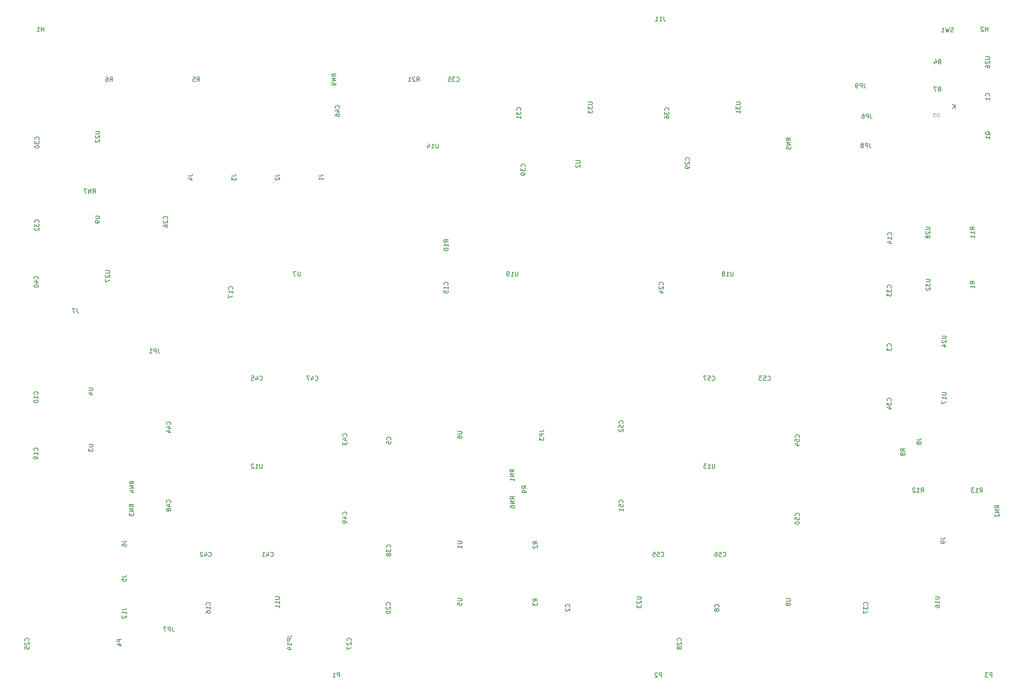
<source format=gbr>
%TF.GenerationSoftware,KiCad,Pcbnew,(6.0.11)*%
%TF.CreationDate,2023-11-15T19:52:27-05:00*%
%TF.ProjectId,Slick,536c6963-6b2e-46b6-9963-61645f706362,rev?*%
%TF.SameCoordinates,Original*%
%TF.FileFunction,Legend,Bot*%
%TF.FilePolarity,Positive*%
%FSLAX46Y46*%
G04 Gerber Fmt 4.6, Leading zero omitted, Abs format (unit mm)*
G04 Created by KiCad (PCBNEW (6.0.11)) date 2023-11-15 19:52:27*
%MOMM*%
%LPD*%
G01*
G04 APERTURE LIST*
%ADD10C,0.150000*%
%ADD11C,0.120000*%
G04 APERTURE END LIST*
D10*
%TO.C,P1*%
X112738095Y-226452380D02*
X112738095Y-225452380D01*
X112357142Y-225452380D01*
X112261904Y-225500000D01*
X112214285Y-225547619D01*
X112166666Y-225642857D01*
X112166666Y-225785714D01*
X112214285Y-225880952D01*
X112261904Y-225928571D01*
X112357142Y-225976190D01*
X112738095Y-225976190D01*
X111214285Y-226452380D02*
X111785714Y-226452380D01*
X111500000Y-226452380D02*
X111500000Y-225452380D01*
X111595238Y-225595238D01*
X111690476Y-225690476D01*
X111785714Y-225738095D01*
%TO.C,C2*%
X165607142Y-210333333D02*
X165654761Y-210285714D01*
X165702380Y-210142857D01*
X165702380Y-210047619D01*
X165654761Y-209904761D01*
X165559523Y-209809523D01*
X165464285Y-209761904D01*
X165273809Y-209714285D01*
X165130952Y-209714285D01*
X164940476Y-209761904D01*
X164845238Y-209809523D01*
X164750000Y-209904761D01*
X164702380Y-210047619D01*
X164702380Y-210142857D01*
X164750000Y-210285714D01*
X164797619Y-210333333D01*
X164797619Y-210714285D02*
X164750000Y-210761904D01*
X164702380Y-210857142D01*
X164702380Y-211095238D01*
X164750000Y-211190476D01*
X164797619Y-211238095D01*
X164892857Y-211285714D01*
X164988095Y-211285714D01*
X165130952Y-211238095D01*
X165702380Y-210666666D01*
X165702380Y-211285714D01*
%TO.C,C3*%
X239482142Y-150383333D02*
X239529761Y-150335714D01*
X239577380Y-150192857D01*
X239577380Y-150097619D01*
X239529761Y-149954761D01*
X239434523Y-149859523D01*
X239339285Y-149811904D01*
X239148809Y-149764285D01*
X239005952Y-149764285D01*
X238815476Y-149811904D01*
X238720238Y-149859523D01*
X238625000Y-149954761D01*
X238577380Y-150097619D01*
X238577380Y-150192857D01*
X238625000Y-150335714D01*
X238672619Y-150383333D01*
X238577380Y-150716666D02*
X238577380Y-151335714D01*
X238958333Y-151002380D01*
X238958333Y-151145238D01*
X239005952Y-151240476D01*
X239053571Y-151288095D01*
X239148809Y-151335714D01*
X239386904Y-151335714D01*
X239482142Y-151288095D01*
X239529761Y-151240476D01*
X239577380Y-151145238D01*
X239577380Y-150859523D01*
X239529761Y-150764285D01*
X239482142Y-150716666D01*
%TO.C,C5*%
X124457142Y-171883333D02*
X124504761Y-171835714D01*
X124552380Y-171692857D01*
X124552380Y-171597619D01*
X124504761Y-171454761D01*
X124409523Y-171359523D01*
X124314285Y-171311904D01*
X124123809Y-171264285D01*
X123980952Y-171264285D01*
X123790476Y-171311904D01*
X123695238Y-171359523D01*
X123600000Y-171454761D01*
X123552380Y-171597619D01*
X123552380Y-171692857D01*
X123600000Y-171835714D01*
X123647619Y-171883333D01*
X123552380Y-172788095D02*
X123552380Y-172311904D01*
X124028571Y-172264285D01*
X123980952Y-172311904D01*
X123933333Y-172407142D01*
X123933333Y-172645238D01*
X123980952Y-172740476D01*
X124028571Y-172788095D01*
X124123809Y-172835714D01*
X124361904Y-172835714D01*
X124457142Y-172788095D01*
X124504761Y-172740476D01*
X124552380Y-172645238D01*
X124552380Y-172407142D01*
X124504761Y-172311904D01*
X124457142Y-172264285D01*
%TO.C,C8*%
X199857142Y-210333333D02*
X199904761Y-210285714D01*
X199952380Y-210142857D01*
X199952380Y-210047619D01*
X199904761Y-209904761D01*
X199809523Y-209809523D01*
X199714285Y-209761904D01*
X199523809Y-209714285D01*
X199380952Y-209714285D01*
X199190476Y-209761904D01*
X199095238Y-209809523D01*
X199000000Y-209904761D01*
X198952380Y-210047619D01*
X198952380Y-210142857D01*
X199000000Y-210285714D01*
X199047619Y-210333333D01*
X199380952Y-210904761D02*
X199333333Y-210809523D01*
X199285714Y-210761904D01*
X199190476Y-210714285D01*
X199142857Y-210714285D01*
X199047619Y-210761904D01*
X199000000Y-210809523D01*
X198952380Y-210904761D01*
X198952380Y-211095238D01*
X199000000Y-211190476D01*
X199047619Y-211238095D01*
X199142857Y-211285714D01*
X199190476Y-211285714D01*
X199285714Y-211238095D01*
X199333333Y-211190476D01*
X199380952Y-211095238D01*
X199380952Y-210904761D01*
X199428571Y-210809523D01*
X199476190Y-210761904D01*
X199571428Y-210714285D01*
X199761904Y-210714285D01*
X199857142Y-210761904D01*
X199904761Y-210809523D01*
X199952380Y-210904761D01*
X199952380Y-211095238D01*
X199904761Y-211190476D01*
X199857142Y-211238095D01*
X199761904Y-211285714D01*
X199571428Y-211285714D01*
X199476190Y-211238095D01*
X199428571Y-211190476D01*
X199380952Y-211095238D01*
%TO.C,C10*%
X43352142Y-161457142D02*
X43399761Y-161409523D01*
X43447380Y-161266666D01*
X43447380Y-161171428D01*
X43399761Y-161028571D01*
X43304523Y-160933333D01*
X43209285Y-160885714D01*
X43018809Y-160838095D01*
X42875952Y-160838095D01*
X42685476Y-160885714D01*
X42590238Y-160933333D01*
X42495000Y-161028571D01*
X42447380Y-161171428D01*
X42447380Y-161266666D01*
X42495000Y-161409523D01*
X42542619Y-161457142D01*
X43447380Y-162409523D02*
X43447380Y-161838095D01*
X43447380Y-162123809D02*
X42447380Y-162123809D01*
X42590238Y-162028571D01*
X42685476Y-161933333D01*
X42733095Y-161838095D01*
X42447380Y-163028571D02*
X42447380Y-163123809D01*
X42495000Y-163219047D01*
X42542619Y-163266666D01*
X42637857Y-163314285D01*
X42828333Y-163361904D01*
X43066428Y-163361904D01*
X43256904Y-163314285D01*
X43352142Y-163266666D01*
X43399761Y-163219047D01*
X43447380Y-163123809D01*
X43447380Y-163028571D01*
X43399761Y-162933333D01*
X43352142Y-162885714D01*
X43256904Y-162838095D01*
X43066428Y-162790476D01*
X42828333Y-162790476D01*
X42637857Y-162838095D01*
X42542619Y-162885714D01*
X42495000Y-162933333D01*
X42447380Y-163028571D01*
%TO.C,C14*%
X239607142Y-124857142D02*
X239654761Y-124809523D01*
X239702380Y-124666666D01*
X239702380Y-124571428D01*
X239654761Y-124428571D01*
X239559523Y-124333333D01*
X239464285Y-124285714D01*
X239273809Y-124238095D01*
X239130952Y-124238095D01*
X238940476Y-124285714D01*
X238845238Y-124333333D01*
X238750000Y-124428571D01*
X238702380Y-124571428D01*
X238702380Y-124666666D01*
X238750000Y-124809523D01*
X238797619Y-124857142D01*
X239702380Y-125809523D02*
X239702380Y-125238095D01*
X239702380Y-125523809D02*
X238702380Y-125523809D01*
X238845238Y-125428571D01*
X238940476Y-125333333D01*
X238988095Y-125238095D01*
X239035714Y-126666666D02*
X239702380Y-126666666D01*
X238654761Y-126428571D02*
X239369047Y-126190476D01*
X239369047Y-126809523D01*
%TO.C,C15*%
X137607142Y-136257142D02*
X137654761Y-136209523D01*
X137702380Y-136066666D01*
X137702380Y-135971428D01*
X137654761Y-135828571D01*
X137559523Y-135733333D01*
X137464285Y-135685714D01*
X137273809Y-135638095D01*
X137130952Y-135638095D01*
X136940476Y-135685714D01*
X136845238Y-135733333D01*
X136750000Y-135828571D01*
X136702380Y-135971428D01*
X136702380Y-136066666D01*
X136750000Y-136209523D01*
X136797619Y-136257142D01*
X137702380Y-137209523D02*
X137702380Y-136638095D01*
X137702380Y-136923809D02*
X136702380Y-136923809D01*
X136845238Y-136828571D01*
X136940476Y-136733333D01*
X136988095Y-136638095D01*
X136702380Y-138114285D02*
X136702380Y-137638095D01*
X137178571Y-137590476D01*
X137130952Y-137638095D01*
X137083333Y-137733333D01*
X137083333Y-137971428D01*
X137130952Y-138066666D01*
X137178571Y-138114285D01*
X137273809Y-138161904D01*
X137511904Y-138161904D01*
X137607142Y-138114285D01*
X137654761Y-138066666D01*
X137702380Y-137971428D01*
X137702380Y-137733333D01*
X137654761Y-137638095D01*
X137607142Y-137590476D01*
%TO.C,C25*%
X41286742Y-218107142D02*
X41334361Y-218059523D01*
X41381980Y-217916666D01*
X41381980Y-217821428D01*
X41334361Y-217678571D01*
X41239123Y-217583333D01*
X41143885Y-217535714D01*
X40953409Y-217488095D01*
X40810552Y-217488095D01*
X40620076Y-217535714D01*
X40524838Y-217583333D01*
X40429600Y-217678571D01*
X40381980Y-217821428D01*
X40381980Y-217916666D01*
X40429600Y-218059523D01*
X40477219Y-218107142D01*
X40477219Y-218488095D02*
X40429600Y-218535714D01*
X40381980Y-218630952D01*
X40381980Y-218869047D01*
X40429600Y-218964285D01*
X40477219Y-219011904D01*
X40572457Y-219059523D01*
X40667695Y-219059523D01*
X40810552Y-219011904D01*
X41381980Y-218440476D01*
X41381980Y-219059523D01*
X40381980Y-219964285D02*
X40381980Y-219488095D01*
X40858171Y-219440476D01*
X40810552Y-219488095D01*
X40762933Y-219583333D01*
X40762933Y-219821428D01*
X40810552Y-219916666D01*
X40858171Y-219964285D01*
X40953409Y-220011904D01*
X41191504Y-220011904D01*
X41286742Y-219964285D01*
X41334361Y-219916666D01*
X41381980Y-219821428D01*
X41381980Y-219583333D01*
X41334361Y-219488095D01*
X41286742Y-219440476D01*
%TO.C,C26*%
X73152042Y-121107142D02*
X73199661Y-121059523D01*
X73247280Y-120916666D01*
X73247280Y-120821428D01*
X73199661Y-120678571D01*
X73104423Y-120583333D01*
X73009185Y-120535714D01*
X72818709Y-120488095D01*
X72675852Y-120488095D01*
X72485376Y-120535714D01*
X72390138Y-120583333D01*
X72294900Y-120678571D01*
X72247280Y-120821428D01*
X72247280Y-120916666D01*
X72294900Y-121059523D01*
X72342519Y-121107142D01*
X72342519Y-121488095D02*
X72294900Y-121535714D01*
X72247280Y-121630952D01*
X72247280Y-121869047D01*
X72294900Y-121964285D01*
X72342519Y-122011904D01*
X72437757Y-122059523D01*
X72532995Y-122059523D01*
X72675852Y-122011904D01*
X73247280Y-121440476D01*
X73247280Y-122059523D01*
X72247280Y-122916666D02*
X72247280Y-122726190D01*
X72294900Y-122630952D01*
X72342519Y-122583333D01*
X72485376Y-122488095D01*
X72675852Y-122440476D01*
X73056804Y-122440476D01*
X73152042Y-122488095D01*
X73199661Y-122535714D01*
X73247280Y-122630952D01*
X73247280Y-122821428D01*
X73199661Y-122916666D01*
X73152042Y-122964285D01*
X73056804Y-123011904D01*
X72818709Y-123011904D01*
X72723471Y-122964285D01*
X72675852Y-122916666D01*
X72628233Y-122821428D01*
X72628233Y-122630952D01*
X72675852Y-122535714D01*
X72723471Y-122488095D01*
X72818709Y-122440476D01*
%TO.C,C17*%
X88107142Y-137247142D02*
X88154761Y-137199523D01*
X88202380Y-137056666D01*
X88202380Y-136961428D01*
X88154761Y-136818571D01*
X88059523Y-136723333D01*
X87964285Y-136675714D01*
X87773809Y-136628095D01*
X87630952Y-136628095D01*
X87440476Y-136675714D01*
X87345238Y-136723333D01*
X87250000Y-136818571D01*
X87202380Y-136961428D01*
X87202380Y-137056666D01*
X87250000Y-137199523D01*
X87297619Y-137247142D01*
X88202380Y-138199523D02*
X88202380Y-137628095D01*
X88202380Y-137913809D02*
X87202380Y-137913809D01*
X87345238Y-137818571D01*
X87440476Y-137723333D01*
X87488095Y-137628095D01*
X87202380Y-138532857D02*
X87202380Y-139199523D01*
X88202380Y-138770952D01*
%TO.C,C20*%
X124357142Y-209907142D02*
X124404761Y-209859523D01*
X124452380Y-209716666D01*
X124452380Y-209621428D01*
X124404761Y-209478571D01*
X124309523Y-209383333D01*
X124214285Y-209335714D01*
X124023809Y-209288095D01*
X123880952Y-209288095D01*
X123690476Y-209335714D01*
X123595238Y-209383333D01*
X123500000Y-209478571D01*
X123452380Y-209621428D01*
X123452380Y-209716666D01*
X123500000Y-209859523D01*
X123547619Y-209907142D01*
X123547619Y-210288095D02*
X123500000Y-210335714D01*
X123452380Y-210430952D01*
X123452380Y-210669047D01*
X123500000Y-210764285D01*
X123547619Y-210811904D01*
X123642857Y-210859523D01*
X123738095Y-210859523D01*
X123880952Y-210811904D01*
X124452380Y-210240476D01*
X124452380Y-210859523D01*
X123452380Y-211478571D02*
X123452380Y-211573809D01*
X123500000Y-211669047D01*
X123547619Y-211716666D01*
X123642857Y-211764285D01*
X123833333Y-211811904D01*
X124071428Y-211811904D01*
X124261904Y-211764285D01*
X124357142Y-211716666D01*
X124404761Y-211669047D01*
X124452380Y-211573809D01*
X124452380Y-211478571D01*
X124404761Y-211383333D01*
X124357142Y-211335714D01*
X124261904Y-211288095D01*
X124071428Y-211240476D01*
X123833333Y-211240476D01*
X123642857Y-211288095D01*
X123547619Y-211335714D01*
X123500000Y-211383333D01*
X123452380Y-211478571D01*
%TO.C,C27*%
X115357142Y-218107142D02*
X115404761Y-218059523D01*
X115452380Y-217916666D01*
X115452380Y-217821428D01*
X115404761Y-217678571D01*
X115309523Y-217583333D01*
X115214285Y-217535714D01*
X115023809Y-217488095D01*
X114880952Y-217488095D01*
X114690476Y-217535714D01*
X114595238Y-217583333D01*
X114500000Y-217678571D01*
X114452380Y-217821428D01*
X114452380Y-217916666D01*
X114500000Y-218059523D01*
X114547619Y-218107142D01*
X114547619Y-218488095D02*
X114500000Y-218535714D01*
X114452380Y-218630952D01*
X114452380Y-218869047D01*
X114500000Y-218964285D01*
X114547619Y-219011904D01*
X114642857Y-219059523D01*
X114738095Y-219059523D01*
X114880952Y-219011904D01*
X115452380Y-218440476D01*
X115452380Y-219059523D01*
X114452380Y-219392857D02*
X114452380Y-220059523D01*
X115452380Y-219630952D01*
%TO.C,C28*%
X191241842Y-218107142D02*
X191289461Y-218059523D01*
X191337080Y-217916666D01*
X191337080Y-217821428D01*
X191289461Y-217678571D01*
X191194223Y-217583333D01*
X191098985Y-217535714D01*
X190908509Y-217488095D01*
X190765652Y-217488095D01*
X190575176Y-217535714D01*
X190479938Y-217583333D01*
X190384700Y-217678571D01*
X190337080Y-217821428D01*
X190337080Y-217916666D01*
X190384700Y-218059523D01*
X190432319Y-218107142D01*
X190432319Y-218488095D02*
X190384700Y-218535714D01*
X190337080Y-218630952D01*
X190337080Y-218869047D01*
X190384700Y-218964285D01*
X190432319Y-219011904D01*
X190527557Y-219059523D01*
X190622795Y-219059523D01*
X190765652Y-219011904D01*
X191337080Y-218440476D01*
X191337080Y-219059523D01*
X190765652Y-219630952D02*
X190718033Y-219535714D01*
X190670414Y-219488095D01*
X190575176Y-219440476D01*
X190527557Y-219440476D01*
X190432319Y-219488095D01*
X190384700Y-219535714D01*
X190337080Y-219630952D01*
X190337080Y-219821428D01*
X190384700Y-219916666D01*
X190432319Y-219964285D01*
X190527557Y-220011904D01*
X190575176Y-220011904D01*
X190670414Y-219964285D01*
X190718033Y-219916666D01*
X190765652Y-219821428D01*
X190765652Y-219630952D01*
X190813271Y-219535714D01*
X190860890Y-219488095D01*
X190956128Y-219440476D01*
X191146604Y-219440476D01*
X191241842Y-219488095D01*
X191289461Y-219535714D01*
X191337080Y-219630952D01*
X191337080Y-219821428D01*
X191289461Y-219916666D01*
X191241842Y-219964285D01*
X191146604Y-220011904D01*
X190956128Y-220011904D01*
X190860890Y-219964285D01*
X190813271Y-219916666D01*
X190765652Y-219821428D01*
%TO.C,C29*%
X193107154Y-107607142D02*
X193154773Y-107559523D01*
X193202392Y-107416666D01*
X193202392Y-107321428D01*
X193154773Y-107178571D01*
X193059535Y-107083333D01*
X192964297Y-107035714D01*
X192773821Y-106988095D01*
X192630964Y-106988095D01*
X192440488Y-107035714D01*
X192345250Y-107083333D01*
X192250012Y-107178571D01*
X192202392Y-107321428D01*
X192202392Y-107416666D01*
X192250012Y-107559523D01*
X192297631Y-107607142D01*
X192297631Y-107988095D02*
X192250012Y-108035714D01*
X192202392Y-108130952D01*
X192202392Y-108369047D01*
X192250012Y-108464285D01*
X192297631Y-108511904D01*
X192392869Y-108559523D01*
X192488107Y-108559523D01*
X192630964Y-108511904D01*
X193202392Y-107940476D01*
X193202392Y-108559523D01*
X193202392Y-109035714D02*
X193202392Y-109226190D01*
X193154773Y-109321428D01*
X193107154Y-109369047D01*
X192964297Y-109464285D01*
X192773821Y-109511904D01*
X192392869Y-109511904D01*
X192297631Y-109464285D01*
X192250012Y-109416666D01*
X192202392Y-109321428D01*
X192202392Y-109130952D01*
X192250012Y-109035714D01*
X192297631Y-108988095D01*
X192392869Y-108940476D01*
X192630964Y-108940476D01*
X192726202Y-108988095D01*
X192773821Y-109035714D01*
X192821440Y-109130952D01*
X192821440Y-109321428D01*
X192773821Y-109416666D01*
X192726202Y-109464285D01*
X192630964Y-109511904D01*
%TO.C,R5*%
X79976666Y-89452380D02*
X80310000Y-88976190D01*
X80548095Y-89452380D02*
X80548095Y-88452380D01*
X80167142Y-88452380D01*
X80071904Y-88500000D01*
X80024285Y-88547619D01*
X79976666Y-88642857D01*
X79976666Y-88785714D01*
X80024285Y-88880952D01*
X80071904Y-88928571D01*
X80167142Y-88976190D01*
X80548095Y-88976190D01*
X79071904Y-88452380D02*
X79548095Y-88452380D01*
X79595714Y-88928571D01*
X79548095Y-88880952D01*
X79452857Y-88833333D01*
X79214761Y-88833333D01*
X79119523Y-88880952D01*
X79071904Y-88928571D01*
X79024285Y-89023809D01*
X79024285Y-89261904D01*
X79071904Y-89357142D01*
X79119523Y-89404761D01*
X79214761Y-89452380D01*
X79452857Y-89452380D01*
X79548095Y-89404761D01*
X79595714Y-89357142D01*
%TO.C,R6*%
X59976666Y-89452380D02*
X60310000Y-88976190D01*
X60548095Y-89452380D02*
X60548095Y-88452380D01*
X60167142Y-88452380D01*
X60071904Y-88500000D01*
X60024285Y-88547619D01*
X59976666Y-88642857D01*
X59976666Y-88785714D01*
X60024285Y-88880952D01*
X60071904Y-88928571D01*
X60167142Y-88976190D01*
X60548095Y-88976190D01*
X59119523Y-88452380D02*
X59310000Y-88452380D01*
X59405238Y-88500000D01*
X59452857Y-88547619D01*
X59548095Y-88690476D01*
X59595714Y-88880952D01*
X59595714Y-89261904D01*
X59548095Y-89357142D01*
X59500476Y-89404761D01*
X59405238Y-89452380D01*
X59214761Y-89452380D01*
X59119523Y-89404761D01*
X59071904Y-89357142D01*
X59024285Y-89261904D01*
X59024285Y-89023809D01*
X59071904Y-88928571D01*
X59119523Y-88880952D01*
X59214761Y-88833333D01*
X59405238Y-88833333D01*
X59500476Y-88880952D01*
X59548095Y-88928571D01*
X59595714Y-89023809D01*
%TO.C,RN2*%
X264392380Y-187559523D02*
X263916190Y-187226190D01*
X264392380Y-186988095D02*
X263392380Y-186988095D01*
X263392380Y-187369047D01*
X263440000Y-187464285D01*
X263487619Y-187511904D01*
X263582857Y-187559523D01*
X263725714Y-187559523D01*
X263820952Y-187511904D01*
X263868571Y-187464285D01*
X263916190Y-187369047D01*
X263916190Y-186988095D01*
X264392380Y-187988095D02*
X263392380Y-187988095D01*
X264392380Y-188559523D01*
X263392380Y-188559523D01*
X263487619Y-188988095D02*
X263440000Y-189035714D01*
X263392380Y-189130952D01*
X263392380Y-189369047D01*
X263440000Y-189464285D01*
X263487619Y-189511904D01*
X263582857Y-189559523D01*
X263678095Y-189559523D01*
X263820952Y-189511904D01*
X264392380Y-188940476D01*
X264392380Y-189559523D01*
%TO.C,U4*%
X55067380Y-159978095D02*
X55876904Y-159978095D01*
X55972142Y-160025714D01*
X56019761Y-160073333D01*
X56067380Y-160168571D01*
X56067380Y-160359047D01*
X56019761Y-160454285D01*
X55972142Y-160501904D01*
X55876904Y-160549523D01*
X55067380Y-160549523D01*
X55400714Y-161454285D02*
X56067380Y-161454285D01*
X55019761Y-161216190D02*
X55734047Y-160978095D01*
X55734047Y-161597142D01*
%TO.C,U5*%
X139857380Y-208378095D02*
X140666904Y-208378095D01*
X140762142Y-208425714D01*
X140809761Y-208473333D01*
X140857380Y-208568571D01*
X140857380Y-208759047D01*
X140809761Y-208854285D01*
X140762142Y-208901904D01*
X140666904Y-208949523D01*
X139857380Y-208949523D01*
X139857380Y-209901904D02*
X139857380Y-209425714D01*
X140333571Y-209378095D01*
X140285952Y-209425714D01*
X140238333Y-209520952D01*
X140238333Y-209759047D01*
X140285952Y-209854285D01*
X140333571Y-209901904D01*
X140428809Y-209949523D01*
X140666904Y-209949523D01*
X140762142Y-209901904D01*
X140809761Y-209854285D01*
X140857380Y-209759047D01*
X140857380Y-209520952D01*
X140809761Y-209425714D01*
X140762142Y-209378095D01*
%TO.C,U6*%
X139857380Y-169978095D02*
X140666904Y-169978095D01*
X140762142Y-170025714D01*
X140809761Y-170073333D01*
X140857380Y-170168571D01*
X140857380Y-170359047D01*
X140809761Y-170454285D01*
X140762142Y-170501904D01*
X140666904Y-170549523D01*
X139857380Y-170549523D01*
X139857380Y-171454285D02*
X139857380Y-171263809D01*
X139905000Y-171168571D01*
X139952619Y-171120952D01*
X140095476Y-171025714D01*
X140285952Y-170978095D01*
X140666904Y-170978095D01*
X140762142Y-171025714D01*
X140809761Y-171073333D01*
X140857380Y-171168571D01*
X140857380Y-171359047D01*
X140809761Y-171454285D01*
X140762142Y-171501904D01*
X140666904Y-171549523D01*
X140428809Y-171549523D01*
X140333571Y-171501904D01*
X140285952Y-171454285D01*
X140238333Y-171359047D01*
X140238333Y-171168571D01*
X140285952Y-171073333D01*
X140333571Y-171025714D01*
X140428809Y-170978095D01*
%TO.C,U8*%
X215382380Y-208428095D02*
X216191904Y-208428095D01*
X216287142Y-208475714D01*
X216334761Y-208523333D01*
X216382380Y-208618571D01*
X216382380Y-208809047D01*
X216334761Y-208904285D01*
X216287142Y-208951904D01*
X216191904Y-208999523D01*
X215382380Y-208999523D01*
X215810952Y-209618571D02*
X215763333Y-209523333D01*
X215715714Y-209475714D01*
X215620476Y-209428095D01*
X215572857Y-209428095D01*
X215477619Y-209475714D01*
X215430000Y-209523333D01*
X215382380Y-209618571D01*
X215382380Y-209809047D01*
X215430000Y-209904285D01*
X215477619Y-209951904D01*
X215572857Y-209999523D01*
X215620476Y-209999523D01*
X215715714Y-209951904D01*
X215763333Y-209904285D01*
X215810952Y-209809047D01*
X215810952Y-209618571D01*
X215858571Y-209523333D01*
X215906190Y-209475714D01*
X216001428Y-209428095D01*
X216191904Y-209428095D01*
X216287142Y-209475714D01*
X216334761Y-209523333D01*
X216382380Y-209618571D01*
X216382380Y-209809047D01*
X216334761Y-209904285D01*
X216287142Y-209951904D01*
X216191904Y-209999523D01*
X216001428Y-209999523D01*
X215906190Y-209951904D01*
X215858571Y-209904285D01*
X215810952Y-209809047D01*
%TO.C,U1*%
X139857380Y-195228095D02*
X140666904Y-195228095D01*
X140762142Y-195275714D01*
X140809761Y-195323333D01*
X140857380Y-195418571D01*
X140857380Y-195609047D01*
X140809761Y-195704285D01*
X140762142Y-195751904D01*
X140666904Y-195799523D01*
X139857380Y-195799523D01*
X140857380Y-196799523D02*
X140857380Y-196228095D01*
X140857380Y-196513809D02*
X139857380Y-196513809D01*
X140000238Y-196418571D01*
X140095476Y-196323333D01*
X140143095Y-196228095D01*
%TO.C,P2*%
X186738095Y-226452380D02*
X186738095Y-225452380D01*
X186357142Y-225452380D01*
X186261904Y-225500000D01*
X186214285Y-225547619D01*
X186166666Y-225642857D01*
X186166666Y-225785714D01*
X186214285Y-225880952D01*
X186261904Y-225928571D01*
X186357142Y-225976190D01*
X186738095Y-225976190D01*
X185785714Y-225547619D02*
X185738095Y-225500000D01*
X185642857Y-225452380D01*
X185404761Y-225452380D01*
X185309523Y-225500000D01*
X185261904Y-225547619D01*
X185214285Y-225642857D01*
X185214285Y-225738095D01*
X185261904Y-225880952D01*
X185833333Y-226452380D01*
X185214285Y-226452380D01*
%TO.C,H2*%
X261761904Y-77952380D02*
X261761904Y-76952380D01*
X261761904Y-77428571D02*
X261190476Y-77428571D01*
X261190476Y-77952380D02*
X261190476Y-76952380D01*
X260761904Y-77047619D02*
X260714285Y-77000000D01*
X260619047Y-76952380D01*
X260380952Y-76952380D01*
X260285714Y-77000000D01*
X260238095Y-77047619D01*
X260190476Y-77142857D01*
X260190476Y-77238095D01*
X260238095Y-77380952D01*
X260809523Y-77952380D01*
X260190476Y-77952380D01*
%TO.C,RN1*%
X152877380Y-179309523D02*
X152401190Y-178976190D01*
X152877380Y-178738095D02*
X151877380Y-178738095D01*
X151877380Y-179119047D01*
X151925000Y-179214285D01*
X151972619Y-179261904D01*
X152067857Y-179309523D01*
X152210714Y-179309523D01*
X152305952Y-179261904D01*
X152353571Y-179214285D01*
X152401190Y-179119047D01*
X152401190Y-178738095D01*
X152877380Y-179738095D02*
X151877380Y-179738095D01*
X152877380Y-180309523D01*
X151877380Y-180309523D01*
X152877380Y-181309523D02*
X152877380Y-180738095D01*
X152877380Y-181023809D02*
X151877380Y-181023809D01*
X152020238Y-180928571D01*
X152115476Y-180833333D01*
X152163095Y-180738095D01*
%TO.C,U11*%
X97957380Y-207976904D02*
X98766904Y-207976904D01*
X98862142Y-208024523D01*
X98909761Y-208072142D01*
X98957380Y-208167380D01*
X98957380Y-208357857D01*
X98909761Y-208453095D01*
X98862142Y-208500714D01*
X98766904Y-208548333D01*
X97957380Y-208548333D01*
X98957380Y-209548333D02*
X98957380Y-208976904D01*
X98957380Y-209262619D02*
X97957380Y-209262619D01*
X98100238Y-209167380D01*
X98195476Y-209072142D01*
X98243095Y-208976904D01*
X98957380Y-210500714D02*
X98957380Y-209929285D01*
X98957380Y-210215000D02*
X97957380Y-210215000D01*
X98100238Y-210119761D01*
X98195476Y-210024523D01*
X98243095Y-209929285D01*
%TO.C,U16*%
X249632380Y-207951904D02*
X250441904Y-207951904D01*
X250537142Y-207999523D01*
X250584761Y-208047142D01*
X250632380Y-208142380D01*
X250632380Y-208332857D01*
X250584761Y-208428095D01*
X250537142Y-208475714D01*
X250441904Y-208523333D01*
X249632380Y-208523333D01*
X250632380Y-209523333D02*
X250632380Y-208951904D01*
X250632380Y-209237619D02*
X249632380Y-209237619D01*
X249775238Y-209142380D01*
X249870476Y-209047142D01*
X249918095Y-208951904D01*
X249632380Y-210380476D02*
X249632380Y-210190000D01*
X249680000Y-210094761D01*
X249727619Y-210047142D01*
X249870476Y-209951904D01*
X250060952Y-209904285D01*
X250441904Y-209904285D01*
X250537142Y-209951904D01*
X250584761Y-209999523D01*
X250632380Y-210094761D01*
X250632380Y-210285238D01*
X250584761Y-210380476D01*
X250537142Y-210428095D01*
X250441904Y-210475714D01*
X250203809Y-210475714D01*
X250108571Y-210428095D01*
X250060952Y-210380476D01*
X250013333Y-210285238D01*
X250013333Y-210094761D01*
X250060952Y-209999523D01*
X250108571Y-209951904D01*
X250203809Y-209904285D01*
%TO.C,J3*%
X87952380Y-111166666D02*
X88666666Y-111166666D01*
X88809523Y-111119047D01*
X88904761Y-111023809D01*
X88952380Y-110880952D01*
X88952380Y-110785714D01*
X87952380Y-111547619D02*
X87952380Y-112166666D01*
X88333333Y-111833333D01*
X88333333Y-111976190D01*
X88380952Y-112071428D01*
X88428571Y-112119047D01*
X88523809Y-112166666D01*
X88761904Y-112166666D01*
X88857142Y-112119047D01*
X88904761Y-112071428D01*
X88952380Y-111976190D01*
X88952380Y-111690476D01*
X88904761Y-111595238D01*
X88857142Y-111547619D01*
%TO.C,J1*%
X107952380Y-111166666D02*
X108666666Y-111166666D01*
X108809523Y-111119047D01*
X108904761Y-111023809D01*
X108952380Y-110880952D01*
X108952380Y-110785714D01*
X108952380Y-112166666D02*
X108952380Y-111595238D01*
X108952380Y-111880952D02*
X107952380Y-111880952D01*
X108095238Y-111785714D01*
X108190476Y-111690476D01*
X108238095Y-111595238D01*
%TO.C,C19*%
X43352142Y-174357142D02*
X43399761Y-174309523D01*
X43447380Y-174166666D01*
X43447380Y-174071428D01*
X43399761Y-173928571D01*
X43304523Y-173833333D01*
X43209285Y-173785714D01*
X43018809Y-173738095D01*
X42875952Y-173738095D01*
X42685476Y-173785714D01*
X42590238Y-173833333D01*
X42495000Y-173928571D01*
X42447380Y-174071428D01*
X42447380Y-174166666D01*
X42495000Y-174309523D01*
X42542619Y-174357142D01*
X43447380Y-175309523D02*
X43447380Y-174738095D01*
X43447380Y-175023809D02*
X42447380Y-175023809D01*
X42590238Y-174928571D01*
X42685476Y-174833333D01*
X42733095Y-174738095D01*
X43447380Y-175785714D02*
X43447380Y-175976190D01*
X43399761Y-176071428D01*
X43352142Y-176119047D01*
X43209285Y-176214285D01*
X43018809Y-176261904D01*
X42637857Y-176261904D01*
X42542619Y-176214285D01*
X42495000Y-176166666D01*
X42447380Y-176071428D01*
X42447380Y-175880952D01*
X42495000Y-175785714D01*
X42542619Y-175738095D01*
X42637857Y-175690476D01*
X42875952Y-175690476D01*
X42971190Y-175738095D01*
X43018809Y-175785714D01*
X43066428Y-175880952D01*
X43066428Y-176071428D01*
X43018809Y-176166666D01*
X42971190Y-176214285D01*
X42875952Y-176261904D01*
%TO.C,C16*%
X82932142Y-209882142D02*
X82979761Y-209834523D01*
X83027380Y-209691666D01*
X83027380Y-209596428D01*
X82979761Y-209453571D01*
X82884523Y-209358333D01*
X82789285Y-209310714D01*
X82598809Y-209263095D01*
X82455952Y-209263095D01*
X82265476Y-209310714D01*
X82170238Y-209358333D01*
X82075000Y-209453571D01*
X82027380Y-209596428D01*
X82027380Y-209691666D01*
X82075000Y-209834523D01*
X82122619Y-209882142D01*
X83027380Y-210834523D02*
X83027380Y-210263095D01*
X83027380Y-210548809D02*
X82027380Y-210548809D01*
X82170238Y-210453571D01*
X82265476Y-210358333D01*
X82313095Y-210263095D01*
X82027380Y-211691666D02*
X82027380Y-211501190D01*
X82075000Y-211405952D01*
X82122619Y-211358333D01*
X82265476Y-211263095D01*
X82455952Y-211215476D01*
X82836904Y-211215476D01*
X82932142Y-211263095D01*
X82979761Y-211310714D01*
X83027380Y-211405952D01*
X83027380Y-211596428D01*
X82979761Y-211691666D01*
X82932142Y-211739285D01*
X82836904Y-211786904D01*
X82598809Y-211786904D01*
X82503571Y-211739285D01*
X82455952Y-211691666D01*
X82408333Y-211596428D01*
X82408333Y-211405952D01*
X82455952Y-211310714D01*
X82503571Y-211263095D01*
X82598809Y-211215476D01*
%TO.C,U3*%
X55067380Y-172928095D02*
X55876904Y-172928095D01*
X55972142Y-172975714D01*
X56019761Y-173023333D01*
X56067380Y-173118571D01*
X56067380Y-173309047D01*
X56019761Y-173404285D01*
X55972142Y-173451904D01*
X55876904Y-173499523D01*
X55067380Y-173499523D01*
X55067380Y-173880476D02*
X55067380Y-174499523D01*
X55448333Y-174166190D01*
X55448333Y-174309047D01*
X55495952Y-174404285D01*
X55543571Y-174451904D01*
X55638809Y-174499523D01*
X55876904Y-174499523D01*
X55972142Y-174451904D01*
X56019761Y-174404285D01*
X56067380Y-174309047D01*
X56067380Y-174023333D01*
X56019761Y-173928095D01*
X55972142Y-173880476D01*
%TO.C,H1*%
X44761904Y-77952380D02*
X44761904Y-76952380D01*
X44761904Y-77428571D02*
X44190476Y-77428571D01*
X44190476Y-77952380D02*
X44190476Y-76952380D01*
X43190476Y-77952380D02*
X43761904Y-77952380D01*
X43476190Y-77952380D02*
X43476190Y-76952380D01*
X43571428Y-77095238D01*
X43666666Y-77190476D01*
X43761904Y-77238095D01*
%TO.C,P3*%
X262738095Y-226452380D02*
X262738095Y-225452380D01*
X262357142Y-225452380D01*
X262261904Y-225500000D01*
X262214285Y-225547619D01*
X262166666Y-225642857D01*
X262166666Y-225785714D01*
X262214285Y-225880952D01*
X262261904Y-225928571D01*
X262357142Y-225976190D01*
X262738095Y-225976190D01*
X261833333Y-225452380D02*
X261214285Y-225452380D01*
X261547619Y-225833333D01*
X261404761Y-225833333D01*
X261309523Y-225880952D01*
X261261904Y-225928571D01*
X261214285Y-226023809D01*
X261214285Y-226261904D01*
X261261904Y-226357142D01*
X261309523Y-226404761D01*
X261404761Y-226452380D01*
X261690476Y-226452380D01*
X261785714Y-226404761D01*
X261833333Y-226357142D01*
%TO.C,U13*%
X198988095Y-177452380D02*
X198988095Y-178261904D01*
X198940476Y-178357142D01*
X198892857Y-178404761D01*
X198797619Y-178452380D01*
X198607142Y-178452380D01*
X198511904Y-178404761D01*
X198464285Y-178357142D01*
X198416666Y-178261904D01*
X198416666Y-177452380D01*
X197416666Y-178452380D02*
X197988095Y-178452380D01*
X197702380Y-178452380D02*
X197702380Y-177452380D01*
X197797619Y-177595238D01*
X197892857Y-177690476D01*
X197988095Y-177738095D01*
X197083333Y-177452380D02*
X196464285Y-177452380D01*
X196797619Y-177833333D01*
X196654761Y-177833333D01*
X196559523Y-177880952D01*
X196511904Y-177928571D01*
X196464285Y-178023809D01*
X196464285Y-178261904D01*
X196511904Y-178357142D01*
X196559523Y-178404761D01*
X196654761Y-178452380D01*
X196940476Y-178452380D01*
X197035714Y-178404761D01*
X197083333Y-178357142D01*
%TO.C,C36*%
X188357142Y-96107142D02*
X188404761Y-96059523D01*
X188452380Y-95916666D01*
X188452380Y-95821428D01*
X188404761Y-95678571D01*
X188309523Y-95583333D01*
X188214285Y-95535714D01*
X188023809Y-95488095D01*
X187880952Y-95488095D01*
X187690476Y-95535714D01*
X187595238Y-95583333D01*
X187500000Y-95678571D01*
X187452380Y-95821428D01*
X187452380Y-95916666D01*
X187500000Y-96059523D01*
X187547619Y-96107142D01*
X187452380Y-96440476D02*
X187452380Y-97059523D01*
X187833333Y-96726190D01*
X187833333Y-96869047D01*
X187880952Y-96964285D01*
X187928571Y-97011904D01*
X188023809Y-97059523D01*
X188261904Y-97059523D01*
X188357142Y-97011904D01*
X188404761Y-96964285D01*
X188452380Y-96869047D01*
X188452380Y-96583333D01*
X188404761Y-96488095D01*
X188357142Y-96440476D01*
X187452380Y-97916666D02*
X187452380Y-97726190D01*
X187500000Y-97630952D01*
X187547619Y-97583333D01*
X187690476Y-97488095D01*
X187880952Y-97440476D01*
X188261904Y-97440476D01*
X188357142Y-97488095D01*
X188404761Y-97535714D01*
X188452380Y-97630952D01*
X188452380Y-97821428D01*
X188404761Y-97916666D01*
X188357142Y-97964285D01*
X188261904Y-98011904D01*
X188023809Y-98011904D01*
X187928571Y-97964285D01*
X187880952Y-97916666D01*
X187833333Y-97821428D01*
X187833333Y-97630952D01*
X187880952Y-97535714D01*
X187928571Y-97488095D01*
X188023809Y-97440476D01*
%TO.C,C38*%
X124432142Y-196657142D02*
X124479761Y-196609523D01*
X124527380Y-196466666D01*
X124527380Y-196371428D01*
X124479761Y-196228571D01*
X124384523Y-196133333D01*
X124289285Y-196085714D01*
X124098809Y-196038095D01*
X123955952Y-196038095D01*
X123765476Y-196085714D01*
X123670238Y-196133333D01*
X123575000Y-196228571D01*
X123527380Y-196371428D01*
X123527380Y-196466666D01*
X123575000Y-196609523D01*
X123622619Y-196657142D01*
X123527380Y-196990476D02*
X123527380Y-197609523D01*
X123908333Y-197276190D01*
X123908333Y-197419047D01*
X123955952Y-197514285D01*
X124003571Y-197561904D01*
X124098809Y-197609523D01*
X124336904Y-197609523D01*
X124432142Y-197561904D01*
X124479761Y-197514285D01*
X124527380Y-197419047D01*
X124527380Y-197133333D01*
X124479761Y-197038095D01*
X124432142Y-196990476D01*
X123955952Y-198180952D02*
X123908333Y-198085714D01*
X123860714Y-198038095D01*
X123765476Y-197990476D01*
X123717857Y-197990476D01*
X123622619Y-198038095D01*
X123575000Y-198085714D01*
X123527380Y-198180952D01*
X123527380Y-198371428D01*
X123575000Y-198466666D01*
X123622619Y-198514285D01*
X123717857Y-198561904D01*
X123765476Y-198561904D01*
X123860714Y-198514285D01*
X123908333Y-198466666D01*
X123955952Y-198371428D01*
X123955952Y-198180952D01*
X124003571Y-198085714D01*
X124051190Y-198038095D01*
X124146428Y-197990476D01*
X124336904Y-197990476D01*
X124432142Y-198038095D01*
X124479761Y-198085714D01*
X124527380Y-198180952D01*
X124527380Y-198371428D01*
X124479761Y-198466666D01*
X124432142Y-198514285D01*
X124336904Y-198561904D01*
X124146428Y-198561904D01*
X124051190Y-198514285D01*
X124003571Y-198466666D01*
X123955952Y-198371428D01*
%TO.C,C46*%
X112652042Y-95607142D02*
X112699661Y-95559523D01*
X112747280Y-95416666D01*
X112747280Y-95321428D01*
X112699661Y-95178571D01*
X112604423Y-95083333D01*
X112509185Y-95035714D01*
X112318709Y-94988095D01*
X112175852Y-94988095D01*
X111985376Y-95035714D01*
X111890138Y-95083333D01*
X111794900Y-95178571D01*
X111747280Y-95321428D01*
X111747280Y-95416666D01*
X111794900Y-95559523D01*
X111842519Y-95607142D01*
X112080614Y-96464285D02*
X112747280Y-96464285D01*
X111699661Y-96226190D02*
X112413947Y-95988095D01*
X112413947Y-96607142D01*
X111747280Y-97416666D02*
X111747280Y-97226190D01*
X111794900Y-97130952D01*
X111842519Y-97083333D01*
X111985376Y-96988095D01*
X112175852Y-96940476D01*
X112556804Y-96940476D01*
X112652042Y-96988095D01*
X112699661Y-97035714D01*
X112747280Y-97130952D01*
X112747280Y-97321428D01*
X112699661Y-97416666D01*
X112652042Y-97464285D01*
X112556804Y-97511904D01*
X112318709Y-97511904D01*
X112223471Y-97464285D01*
X112175852Y-97416666D01*
X112128233Y-97321428D01*
X112128233Y-97130952D01*
X112175852Y-97035714D01*
X112223471Y-96988095D01*
X112318709Y-96940476D01*
%TO.C,R21*%
X130452857Y-89452380D02*
X130786190Y-88976190D01*
X131024285Y-89452380D02*
X131024285Y-88452380D01*
X130643333Y-88452380D01*
X130548095Y-88500000D01*
X130500476Y-88547619D01*
X130452857Y-88642857D01*
X130452857Y-88785714D01*
X130500476Y-88880952D01*
X130548095Y-88928571D01*
X130643333Y-88976190D01*
X131024285Y-88976190D01*
X130071904Y-88547619D02*
X130024285Y-88500000D01*
X129929047Y-88452380D01*
X129690952Y-88452380D01*
X129595714Y-88500000D01*
X129548095Y-88547619D01*
X129500476Y-88642857D01*
X129500476Y-88738095D01*
X129548095Y-88880952D01*
X130119523Y-89452380D01*
X129500476Y-89452380D01*
X128548095Y-89452380D02*
X129119523Y-89452380D01*
X128833809Y-89452380D02*
X128833809Y-88452380D01*
X128929047Y-88595238D01*
X129024285Y-88690476D01*
X129119523Y-88738095D01*
%TO.C,U17*%
X251197380Y-161001904D02*
X252006904Y-161001904D01*
X252102142Y-161049523D01*
X252149761Y-161097142D01*
X252197380Y-161192380D01*
X252197380Y-161382857D01*
X252149761Y-161478095D01*
X252102142Y-161525714D01*
X252006904Y-161573333D01*
X251197380Y-161573333D01*
X252197380Y-162573333D02*
X252197380Y-162001904D01*
X252197380Y-162287619D02*
X251197380Y-162287619D01*
X251340238Y-162192380D01*
X251435476Y-162097142D01*
X251483095Y-162001904D01*
X251197380Y-162906666D02*
X251197380Y-163573333D01*
X252197380Y-163144761D01*
%TO.C,U19*%
X153718095Y-133202380D02*
X153718095Y-134011904D01*
X153670476Y-134107142D01*
X153622857Y-134154761D01*
X153527619Y-134202380D01*
X153337142Y-134202380D01*
X153241904Y-134154761D01*
X153194285Y-134107142D01*
X153146666Y-134011904D01*
X153146666Y-133202380D01*
X152146666Y-134202380D02*
X152718095Y-134202380D01*
X152432380Y-134202380D02*
X152432380Y-133202380D01*
X152527619Y-133345238D01*
X152622857Y-133440476D01*
X152718095Y-133488095D01*
X151670476Y-134202380D02*
X151480000Y-134202380D01*
X151384761Y-134154761D01*
X151337142Y-134107142D01*
X151241904Y-133964285D01*
X151194285Y-133773809D01*
X151194285Y-133392857D01*
X151241904Y-133297619D01*
X151289523Y-133250000D01*
X151384761Y-133202380D01*
X151575238Y-133202380D01*
X151670476Y-133250000D01*
X151718095Y-133297619D01*
X151765714Y-133392857D01*
X151765714Y-133630952D01*
X151718095Y-133726190D01*
X151670476Y-133773809D01*
X151575238Y-133821428D01*
X151384761Y-133821428D01*
X151289523Y-133773809D01*
X151241904Y-133726190D01*
X151194285Y-133630952D01*
%TO.C,U7*%
X103741904Y-133192380D02*
X103741904Y-134001904D01*
X103694285Y-134097142D01*
X103646666Y-134144761D01*
X103551428Y-134192380D01*
X103360952Y-134192380D01*
X103265714Y-134144761D01*
X103218095Y-134097142D01*
X103170476Y-134001904D01*
X103170476Y-133192380D01*
X102789523Y-133192380D02*
X102122857Y-133192380D01*
X102551428Y-134192380D01*
%TO.C,J4*%
X77952380Y-111166666D02*
X78666666Y-111166666D01*
X78809523Y-111119047D01*
X78904761Y-111023809D01*
X78952380Y-110880952D01*
X78952380Y-110785714D01*
X78285714Y-112071428D02*
X78952380Y-112071428D01*
X77904761Y-111833333D02*
X78619047Y-111595238D01*
X78619047Y-112214285D01*
%TO.C,J2*%
X97952380Y-111166666D02*
X98666666Y-111166666D01*
X98809523Y-111119047D01*
X98904761Y-111023809D01*
X98952380Y-110880952D01*
X98952380Y-110785714D01*
X98047619Y-111595238D02*
X98000000Y-111642857D01*
X97952380Y-111738095D01*
X97952380Y-111976190D01*
X98000000Y-112071428D01*
X98047619Y-112119047D01*
X98142857Y-112166666D01*
X98238095Y-112166666D01*
X98380952Y-112119047D01*
X98952380Y-111547619D01*
X98952380Y-112166666D01*
%TO.C,C1*%
X262107154Y-92833333D02*
X262154773Y-92785714D01*
X262202392Y-92642857D01*
X262202392Y-92547619D01*
X262154773Y-92404761D01*
X262059535Y-92309523D01*
X261964297Y-92261904D01*
X261773821Y-92214285D01*
X261630964Y-92214285D01*
X261440488Y-92261904D01*
X261345250Y-92309523D01*
X261250012Y-92404761D01*
X261202392Y-92547619D01*
X261202392Y-92642857D01*
X261250012Y-92785714D01*
X261297631Y-92833333D01*
X262202392Y-93785714D02*
X262202392Y-93214285D01*
X262202392Y-93500000D02*
X261202392Y-93500000D01*
X261345250Y-93404761D01*
X261440488Y-93309523D01*
X261488107Y-93214285D01*
%TO.C,U24*%
X251197380Y-148001904D02*
X252006904Y-148001904D01*
X252102142Y-148049523D01*
X252149761Y-148097142D01*
X252197380Y-148192380D01*
X252197380Y-148382857D01*
X252149761Y-148478095D01*
X252102142Y-148525714D01*
X252006904Y-148573333D01*
X251197380Y-148573333D01*
X251292619Y-149001904D02*
X251245000Y-149049523D01*
X251197380Y-149144761D01*
X251197380Y-149382857D01*
X251245000Y-149478095D01*
X251292619Y-149525714D01*
X251387857Y-149573333D01*
X251483095Y-149573333D01*
X251625952Y-149525714D01*
X252197380Y-148954285D01*
X252197380Y-149573333D01*
X251530714Y-150430476D02*
X252197380Y-150430476D01*
X251149761Y-150192380D02*
X251864047Y-149954285D01*
X251864047Y-150573333D01*
%TO.C,JP7*%
X74333333Y-214952380D02*
X74333333Y-215666666D01*
X74380952Y-215809523D01*
X74476190Y-215904761D01*
X74619047Y-215952380D01*
X74714285Y-215952380D01*
X73857142Y-215952380D02*
X73857142Y-214952380D01*
X73476190Y-214952380D01*
X73380952Y-215000000D01*
X73333333Y-215047619D01*
X73285714Y-215142857D01*
X73285714Y-215285714D01*
X73333333Y-215380952D01*
X73380952Y-215428571D01*
X73476190Y-215476190D01*
X73857142Y-215476190D01*
X72952380Y-214952380D02*
X72285714Y-214952380D01*
X72714285Y-215952380D01*
%TO.C,RN4*%
X65527380Y-182009523D02*
X65051190Y-181676190D01*
X65527380Y-181438095D02*
X64527380Y-181438095D01*
X64527380Y-181819047D01*
X64575000Y-181914285D01*
X64622619Y-181961904D01*
X64717857Y-182009523D01*
X64860714Y-182009523D01*
X64955952Y-181961904D01*
X65003571Y-181914285D01*
X65051190Y-181819047D01*
X65051190Y-181438095D01*
X65527380Y-182438095D02*
X64527380Y-182438095D01*
X65527380Y-183009523D01*
X64527380Y-183009523D01*
X64860714Y-183914285D02*
X65527380Y-183914285D01*
X64479761Y-183676190D02*
X65194047Y-183438095D01*
X65194047Y-184057142D01*
%TO.C,J11*%
X187309523Y-74569880D02*
X187309523Y-75284166D01*
X187357142Y-75427023D01*
X187452380Y-75522261D01*
X187595238Y-75569880D01*
X187690476Y-75569880D01*
X186309523Y-75569880D02*
X186880952Y-75569880D01*
X186595238Y-75569880D02*
X186595238Y-74569880D01*
X186690476Y-74712738D01*
X186785714Y-74807976D01*
X186880952Y-74855595D01*
X185357142Y-75569880D02*
X185928571Y-75569880D01*
X185642857Y-75569880D02*
X185642857Y-74569880D01*
X185738095Y-74712738D01*
X185833333Y-74807976D01*
X185928571Y-74855595D01*
%TO.C,R10*%
X137702380Y-126447142D02*
X137226190Y-126113809D01*
X137702380Y-125875714D02*
X136702380Y-125875714D01*
X136702380Y-126256666D01*
X136750000Y-126351904D01*
X136797619Y-126399523D01*
X136892857Y-126447142D01*
X137035714Y-126447142D01*
X137130952Y-126399523D01*
X137178571Y-126351904D01*
X137226190Y-126256666D01*
X137226190Y-125875714D01*
X137702380Y-127399523D02*
X137702380Y-126828095D01*
X137702380Y-127113809D02*
X136702380Y-127113809D01*
X136845238Y-127018571D01*
X136940476Y-126923333D01*
X136988095Y-126828095D01*
X136702380Y-128018571D02*
X136702380Y-128113809D01*
X136750000Y-128209047D01*
X136797619Y-128256666D01*
X136892857Y-128304285D01*
X137083333Y-128351904D01*
X137321428Y-128351904D01*
X137511904Y-128304285D01*
X137607142Y-128256666D01*
X137654761Y-128209047D01*
X137702380Y-128113809D01*
X137702380Y-128018571D01*
X137654761Y-127923333D01*
X137607142Y-127875714D01*
X137511904Y-127828095D01*
X137321428Y-127780476D01*
X137083333Y-127780476D01*
X136892857Y-127828095D01*
X136797619Y-127875714D01*
X136750000Y-127923333D01*
X136702380Y-128018571D01*
%TO.C,RN5*%
X216452380Y-103059523D02*
X215976190Y-102726190D01*
X216452380Y-102488095D02*
X215452380Y-102488095D01*
X215452380Y-102869047D01*
X215500000Y-102964285D01*
X215547619Y-103011904D01*
X215642857Y-103059523D01*
X215785714Y-103059523D01*
X215880952Y-103011904D01*
X215928571Y-102964285D01*
X215976190Y-102869047D01*
X215976190Y-102488095D01*
X216452380Y-103488095D02*
X215452380Y-103488095D01*
X216452380Y-104059523D01*
X215452380Y-104059523D01*
X215452380Y-105011904D02*
X215452380Y-104535714D01*
X215928571Y-104488095D01*
X215880952Y-104535714D01*
X215833333Y-104630952D01*
X215833333Y-104869047D01*
X215880952Y-104964285D01*
X215928571Y-105011904D01*
X216023809Y-105059523D01*
X216261904Y-105059523D01*
X216357142Y-105011904D01*
X216404761Y-104964285D01*
X216452380Y-104869047D01*
X216452380Y-104630952D01*
X216404761Y-104535714D01*
X216357142Y-104488095D01*
%TO.C,U31*%
X203882380Y-94201904D02*
X204691904Y-94201904D01*
X204787142Y-94249523D01*
X204834761Y-94297142D01*
X204882380Y-94392380D01*
X204882380Y-94582857D01*
X204834761Y-94678095D01*
X204787142Y-94725714D01*
X204691904Y-94773333D01*
X203882380Y-94773333D01*
X203882380Y-95154285D02*
X203882380Y-95773333D01*
X204263333Y-95440000D01*
X204263333Y-95582857D01*
X204310952Y-95678095D01*
X204358571Y-95725714D01*
X204453809Y-95773333D01*
X204691904Y-95773333D01*
X204787142Y-95725714D01*
X204834761Y-95678095D01*
X204882380Y-95582857D01*
X204882380Y-95297142D01*
X204834761Y-95201904D01*
X204787142Y-95154285D01*
X204882380Y-96725714D02*
X204882380Y-96154285D01*
X204882380Y-96440000D02*
X203882380Y-96440000D01*
X204025238Y-96344761D01*
X204120476Y-96249523D01*
X204168095Y-96154285D01*
%TO.C,JP8*%
X234593333Y-103702380D02*
X234593333Y-104416666D01*
X234640952Y-104559523D01*
X234736190Y-104654761D01*
X234879047Y-104702380D01*
X234974285Y-104702380D01*
X234117142Y-104702380D02*
X234117142Y-103702380D01*
X233736190Y-103702380D01*
X233640952Y-103750000D01*
X233593333Y-103797619D01*
X233545714Y-103892857D01*
X233545714Y-104035714D01*
X233593333Y-104130952D01*
X233640952Y-104178571D01*
X233736190Y-104226190D01*
X234117142Y-104226190D01*
X232974285Y-104130952D02*
X233069523Y-104083333D01*
X233117142Y-104035714D01*
X233164761Y-103940476D01*
X233164761Y-103892857D01*
X233117142Y-103797619D01*
X233069523Y-103750000D01*
X232974285Y-103702380D01*
X232783809Y-103702380D01*
X232688571Y-103750000D01*
X232640952Y-103797619D01*
X232593333Y-103892857D01*
X232593333Y-103940476D01*
X232640952Y-104035714D01*
X232688571Y-104083333D01*
X232783809Y-104130952D01*
X232974285Y-104130952D01*
X233069523Y-104178571D01*
X233117142Y-104226190D01*
X233164761Y-104321428D01*
X233164761Y-104511904D01*
X233117142Y-104607142D01*
X233069523Y-104654761D01*
X232974285Y-104702380D01*
X232783809Y-104702380D01*
X232688571Y-104654761D01*
X232640952Y-104607142D01*
X232593333Y-104511904D01*
X232593333Y-104321428D01*
X232640952Y-104226190D01*
X232688571Y-104178571D01*
X232783809Y-104130952D01*
%TO.C,RN6*%
X152952380Y-185559523D02*
X152476190Y-185226190D01*
X152952380Y-184988095D02*
X151952380Y-184988095D01*
X151952380Y-185369047D01*
X152000000Y-185464285D01*
X152047619Y-185511904D01*
X152142857Y-185559523D01*
X152285714Y-185559523D01*
X152380952Y-185511904D01*
X152428571Y-185464285D01*
X152476190Y-185369047D01*
X152476190Y-184988095D01*
X152952380Y-185988095D02*
X151952380Y-185988095D01*
X152952380Y-186559523D01*
X151952380Y-186559523D01*
X151952380Y-187464285D02*
X151952380Y-187273809D01*
X152000000Y-187178571D01*
X152047619Y-187130952D01*
X152190476Y-187035714D01*
X152380952Y-186988095D01*
X152761904Y-186988095D01*
X152857142Y-187035714D01*
X152904761Y-187083333D01*
X152952380Y-187178571D01*
X152952380Y-187369047D01*
X152904761Y-187464285D01*
X152857142Y-187511904D01*
X152761904Y-187559523D01*
X152523809Y-187559523D01*
X152428571Y-187511904D01*
X152380952Y-187464285D01*
X152333333Y-187369047D01*
X152333333Y-187178571D01*
X152380952Y-187083333D01*
X152428571Y-187035714D01*
X152523809Y-186988095D01*
%TO.C,U33*%
X169882380Y-94201904D02*
X170691904Y-94201904D01*
X170787142Y-94249523D01*
X170834761Y-94297142D01*
X170882380Y-94392380D01*
X170882380Y-94582857D01*
X170834761Y-94678095D01*
X170787142Y-94725714D01*
X170691904Y-94773333D01*
X169882380Y-94773333D01*
X169882380Y-95154285D02*
X169882380Y-95773333D01*
X170263333Y-95440000D01*
X170263333Y-95582857D01*
X170310952Y-95678095D01*
X170358571Y-95725714D01*
X170453809Y-95773333D01*
X170691904Y-95773333D01*
X170787142Y-95725714D01*
X170834761Y-95678095D01*
X170882380Y-95582857D01*
X170882380Y-95297142D01*
X170834761Y-95201904D01*
X170787142Y-95154285D01*
X169882380Y-96106666D02*
X169882380Y-96725714D01*
X170263333Y-96392380D01*
X170263333Y-96535238D01*
X170310952Y-96630476D01*
X170358571Y-96678095D01*
X170453809Y-96725714D01*
X170691904Y-96725714D01*
X170787142Y-96678095D01*
X170834761Y-96630476D01*
X170882380Y-96535238D01*
X170882380Y-96249523D01*
X170834761Y-96154285D01*
X170787142Y-96106666D01*
%TO.C,JP9*%
X233348333Y-89952380D02*
X233348333Y-90666666D01*
X233395952Y-90809523D01*
X233491190Y-90904761D01*
X233634047Y-90952380D01*
X233729285Y-90952380D01*
X232872142Y-90952380D02*
X232872142Y-89952380D01*
X232491190Y-89952380D01*
X232395952Y-90000000D01*
X232348333Y-90047619D01*
X232300714Y-90142857D01*
X232300714Y-90285714D01*
X232348333Y-90380952D01*
X232395952Y-90428571D01*
X232491190Y-90476190D01*
X232872142Y-90476190D01*
X231824523Y-90952380D02*
X231634047Y-90952380D01*
X231538809Y-90904761D01*
X231491190Y-90857142D01*
X231395952Y-90714285D01*
X231348333Y-90523809D01*
X231348333Y-90142857D01*
X231395952Y-90047619D01*
X231443571Y-90000000D01*
X231538809Y-89952380D01*
X231729285Y-89952380D01*
X231824523Y-90000000D01*
X231872142Y-90047619D01*
X231919761Y-90142857D01*
X231919761Y-90380952D01*
X231872142Y-90476190D01*
X231824523Y-90523809D01*
X231729285Y-90571428D01*
X231538809Y-90571428D01*
X231443571Y-90523809D01*
X231395952Y-90476190D01*
X231348333Y-90380952D01*
%TO.C,C37*%
X234107142Y-209857142D02*
X234154761Y-209809523D01*
X234202380Y-209666666D01*
X234202380Y-209571428D01*
X234154761Y-209428571D01*
X234059523Y-209333333D01*
X233964285Y-209285714D01*
X233773809Y-209238095D01*
X233630952Y-209238095D01*
X233440476Y-209285714D01*
X233345238Y-209333333D01*
X233250000Y-209428571D01*
X233202380Y-209571428D01*
X233202380Y-209666666D01*
X233250000Y-209809523D01*
X233297619Y-209857142D01*
X233202380Y-210190476D02*
X233202380Y-210809523D01*
X233583333Y-210476190D01*
X233583333Y-210619047D01*
X233630952Y-210714285D01*
X233678571Y-210761904D01*
X233773809Y-210809523D01*
X234011904Y-210809523D01*
X234107142Y-210761904D01*
X234154761Y-210714285D01*
X234202380Y-210619047D01*
X234202380Y-210333333D01*
X234154761Y-210238095D01*
X234107142Y-210190476D01*
X233202380Y-211142857D02*
X233202380Y-211809523D01*
X234202380Y-211380952D01*
%TO.C,RN7*%
X56030476Y-115152380D02*
X56363809Y-114676190D01*
X56601904Y-115152380D02*
X56601904Y-114152380D01*
X56220952Y-114152380D01*
X56125714Y-114200000D01*
X56078095Y-114247619D01*
X56030476Y-114342857D01*
X56030476Y-114485714D01*
X56078095Y-114580952D01*
X56125714Y-114628571D01*
X56220952Y-114676190D01*
X56601904Y-114676190D01*
X55601904Y-115152380D02*
X55601904Y-114152380D01*
X55030476Y-115152380D01*
X55030476Y-114152380D01*
X54649523Y-114152380D02*
X53982857Y-114152380D01*
X54411428Y-115152380D01*
%TO.C,U9*%
X56592380Y-120428095D02*
X57401904Y-120428095D01*
X57497142Y-120475714D01*
X57544761Y-120523333D01*
X57592380Y-120618571D01*
X57592380Y-120809047D01*
X57544761Y-120904285D01*
X57497142Y-120951904D01*
X57401904Y-120999523D01*
X56592380Y-120999523D01*
X57592380Y-121523333D02*
X57592380Y-121713809D01*
X57544761Y-121809047D01*
X57497142Y-121856666D01*
X57354285Y-121951904D01*
X57163809Y-121999523D01*
X56782857Y-121999523D01*
X56687619Y-121951904D01*
X56640000Y-121904285D01*
X56592380Y-121809047D01*
X56592380Y-121618571D01*
X56640000Y-121523333D01*
X56687619Y-121475714D01*
X56782857Y-121428095D01*
X57020952Y-121428095D01*
X57116190Y-121475714D01*
X57163809Y-121523333D01*
X57211428Y-121618571D01*
X57211428Y-121809047D01*
X57163809Y-121904285D01*
X57116190Y-121951904D01*
X57020952Y-121999523D01*
%TO.C,U12*%
X94988095Y-177452380D02*
X94988095Y-178261904D01*
X94940476Y-178357142D01*
X94892857Y-178404761D01*
X94797619Y-178452380D01*
X94607142Y-178452380D01*
X94511904Y-178404761D01*
X94464285Y-178357142D01*
X94416666Y-178261904D01*
X94416666Y-177452380D01*
X93416666Y-178452380D02*
X93988095Y-178452380D01*
X93702380Y-178452380D02*
X93702380Y-177452380D01*
X93797619Y-177595238D01*
X93892857Y-177690476D01*
X93988095Y-177738095D01*
X93035714Y-177547619D02*
X92988095Y-177500000D01*
X92892857Y-177452380D01*
X92654761Y-177452380D01*
X92559523Y-177500000D01*
X92511904Y-177547619D01*
X92464285Y-177642857D01*
X92464285Y-177738095D01*
X92511904Y-177880952D01*
X93083333Y-178452380D01*
X92464285Y-178452380D01*
%TO.C,U22*%
X56592380Y-100951904D02*
X57401904Y-100951904D01*
X57497142Y-100999523D01*
X57544761Y-101047142D01*
X57592380Y-101142380D01*
X57592380Y-101332857D01*
X57544761Y-101428095D01*
X57497142Y-101475714D01*
X57401904Y-101523333D01*
X56592380Y-101523333D01*
X56687619Y-101951904D02*
X56640000Y-101999523D01*
X56592380Y-102094761D01*
X56592380Y-102332857D01*
X56640000Y-102428095D01*
X56687619Y-102475714D01*
X56782857Y-102523333D01*
X56878095Y-102523333D01*
X57020952Y-102475714D01*
X57592380Y-101904285D01*
X57592380Y-102523333D01*
X56687619Y-102904285D02*
X56640000Y-102951904D01*
X56592380Y-103047142D01*
X56592380Y-103285238D01*
X56640000Y-103380476D01*
X56687619Y-103428095D01*
X56782857Y-103475714D01*
X56878095Y-103475714D01*
X57020952Y-103428095D01*
X57592380Y-102856666D01*
X57592380Y-103475714D01*
%TO.C,U23*%
X181107380Y-207951904D02*
X181916904Y-207951904D01*
X182012142Y-207999523D01*
X182059761Y-208047142D01*
X182107380Y-208142380D01*
X182107380Y-208332857D01*
X182059761Y-208428095D01*
X182012142Y-208475714D01*
X181916904Y-208523333D01*
X181107380Y-208523333D01*
X181202619Y-208951904D02*
X181155000Y-208999523D01*
X181107380Y-209094761D01*
X181107380Y-209332857D01*
X181155000Y-209428095D01*
X181202619Y-209475714D01*
X181297857Y-209523333D01*
X181393095Y-209523333D01*
X181535952Y-209475714D01*
X182107380Y-208904285D01*
X182107380Y-209523333D01*
X181107380Y-209856666D02*
X181107380Y-210475714D01*
X181488333Y-210142380D01*
X181488333Y-210285238D01*
X181535952Y-210380476D01*
X181583571Y-210428095D01*
X181678809Y-210475714D01*
X181916904Y-210475714D01*
X182012142Y-210428095D01*
X182059761Y-210380476D01*
X182107380Y-210285238D01*
X182107380Y-209999523D01*
X182059761Y-209904285D01*
X182012142Y-209856666D01*
%TO.C,U32*%
X247512380Y-134951904D02*
X248321904Y-134951904D01*
X248417142Y-134999523D01*
X248464761Y-135047142D01*
X248512380Y-135142380D01*
X248512380Y-135332857D01*
X248464761Y-135428095D01*
X248417142Y-135475714D01*
X248321904Y-135523333D01*
X247512380Y-135523333D01*
X247512380Y-135904285D02*
X247512380Y-136523333D01*
X247893333Y-136190000D01*
X247893333Y-136332857D01*
X247940952Y-136428095D01*
X247988571Y-136475714D01*
X248083809Y-136523333D01*
X248321904Y-136523333D01*
X248417142Y-136475714D01*
X248464761Y-136428095D01*
X248512380Y-136332857D01*
X248512380Y-136047142D01*
X248464761Y-135951904D01*
X248417142Y-135904285D01*
X247607619Y-136904285D02*
X247560000Y-136951904D01*
X247512380Y-137047142D01*
X247512380Y-137285238D01*
X247560000Y-137380476D01*
X247607619Y-137428095D01*
X247702857Y-137475714D01*
X247798095Y-137475714D01*
X247940952Y-137428095D01*
X248512380Y-136856666D01*
X248512380Y-137475714D01*
%TO.C,C30*%
X43607142Y-102857142D02*
X43654761Y-102809523D01*
X43702380Y-102666666D01*
X43702380Y-102571428D01*
X43654761Y-102428571D01*
X43559523Y-102333333D01*
X43464285Y-102285714D01*
X43273809Y-102238095D01*
X43130952Y-102238095D01*
X42940476Y-102285714D01*
X42845238Y-102333333D01*
X42750000Y-102428571D01*
X42702380Y-102571428D01*
X42702380Y-102666666D01*
X42750000Y-102809523D01*
X42797619Y-102857142D01*
X42702380Y-103190476D02*
X42702380Y-103809523D01*
X43083333Y-103476190D01*
X43083333Y-103619047D01*
X43130952Y-103714285D01*
X43178571Y-103761904D01*
X43273809Y-103809523D01*
X43511904Y-103809523D01*
X43607142Y-103761904D01*
X43654761Y-103714285D01*
X43702380Y-103619047D01*
X43702380Y-103333333D01*
X43654761Y-103238095D01*
X43607142Y-103190476D01*
X42702380Y-104428571D02*
X42702380Y-104523809D01*
X42750000Y-104619047D01*
X42797619Y-104666666D01*
X42892857Y-104714285D01*
X43083333Y-104761904D01*
X43321428Y-104761904D01*
X43511904Y-104714285D01*
X43607142Y-104666666D01*
X43654761Y-104619047D01*
X43702380Y-104523809D01*
X43702380Y-104428571D01*
X43654761Y-104333333D01*
X43607142Y-104285714D01*
X43511904Y-104238095D01*
X43321428Y-104190476D01*
X43083333Y-104190476D01*
X42892857Y-104238095D01*
X42797619Y-104285714D01*
X42750000Y-104333333D01*
X42702380Y-104428571D01*
%TO.C,C31*%
X154357142Y-96107142D02*
X154404761Y-96059523D01*
X154452380Y-95916666D01*
X154452380Y-95821428D01*
X154404761Y-95678571D01*
X154309523Y-95583333D01*
X154214285Y-95535714D01*
X154023809Y-95488095D01*
X153880952Y-95488095D01*
X153690476Y-95535714D01*
X153595238Y-95583333D01*
X153500000Y-95678571D01*
X153452380Y-95821428D01*
X153452380Y-95916666D01*
X153500000Y-96059523D01*
X153547619Y-96107142D01*
X153452380Y-96440476D02*
X153452380Y-97059523D01*
X153833333Y-96726190D01*
X153833333Y-96869047D01*
X153880952Y-96964285D01*
X153928571Y-97011904D01*
X154023809Y-97059523D01*
X154261904Y-97059523D01*
X154357142Y-97011904D01*
X154404761Y-96964285D01*
X154452380Y-96869047D01*
X154452380Y-96583333D01*
X154404761Y-96488095D01*
X154357142Y-96440476D01*
X154452380Y-98011904D02*
X154452380Y-97440476D01*
X154452380Y-97726190D02*
X153452380Y-97726190D01*
X153595238Y-97630952D01*
X153690476Y-97535714D01*
X153738095Y-97440476D01*
%TO.C,C32*%
X43607142Y-121857142D02*
X43654761Y-121809523D01*
X43702380Y-121666666D01*
X43702380Y-121571428D01*
X43654761Y-121428571D01*
X43559523Y-121333333D01*
X43464285Y-121285714D01*
X43273809Y-121238095D01*
X43130952Y-121238095D01*
X42940476Y-121285714D01*
X42845238Y-121333333D01*
X42750000Y-121428571D01*
X42702380Y-121571428D01*
X42702380Y-121666666D01*
X42750000Y-121809523D01*
X42797619Y-121857142D01*
X42702380Y-122190476D02*
X42702380Y-122809523D01*
X43083333Y-122476190D01*
X43083333Y-122619047D01*
X43130952Y-122714285D01*
X43178571Y-122761904D01*
X43273809Y-122809523D01*
X43511904Y-122809523D01*
X43607142Y-122761904D01*
X43654761Y-122714285D01*
X43702380Y-122619047D01*
X43702380Y-122333333D01*
X43654761Y-122238095D01*
X43607142Y-122190476D01*
X42797619Y-123190476D02*
X42750000Y-123238095D01*
X42702380Y-123333333D01*
X42702380Y-123571428D01*
X42750000Y-123666666D01*
X42797619Y-123714285D01*
X42892857Y-123761904D01*
X42988095Y-123761904D01*
X43130952Y-123714285D01*
X43702380Y-123142857D01*
X43702380Y-123761904D01*
%TO.C,C33*%
X239482142Y-136907142D02*
X239529761Y-136859523D01*
X239577380Y-136716666D01*
X239577380Y-136621428D01*
X239529761Y-136478571D01*
X239434523Y-136383333D01*
X239339285Y-136335714D01*
X239148809Y-136288095D01*
X239005952Y-136288095D01*
X238815476Y-136335714D01*
X238720238Y-136383333D01*
X238625000Y-136478571D01*
X238577380Y-136621428D01*
X238577380Y-136716666D01*
X238625000Y-136859523D01*
X238672619Y-136907142D01*
X238577380Y-137240476D02*
X238577380Y-137859523D01*
X238958333Y-137526190D01*
X238958333Y-137669047D01*
X239005952Y-137764285D01*
X239053571Y-137811904D01*
X239148809Y-137859523D01*
X239386904Y-137859523D01*
X239482142Y-137811904D01*
X239529761Y-137764285D01*
X239577380Y-137669047D01*
X239577380Y-137383333D01*
X239529761Y-137288095D01*
X239482142Y-137240476D01*
X238577380Y-138192857D02*
X238577380Y-138811904D01*
X238958333Y-138478571D01*
X238958333Y-138621428D01*
X239005952Y-138716666D01*
X239053571Y-138764285D01*
X239148809Y-138811904D01*
X239386904Y-138811904D01*
X239482142Y-138764285D01*
X239529761Y-138716666D01*
X239577380Y-138621428D01*
X239577380Y-138335714D01*
X239529761Y-138240476D01*
X239482142Y-138192857D01*
%TO.C,C34*%
X239482142Y-162907142D02*
X239529761Y-162859523D01*
X239577380Y-162716666D01*
X239577380Y-162621428D01*
X239529761Y-162478571D01*
X239434523Y-162383333D01*
X239339285Y-162335714D01*
X239148809Y-162288095D01*
X239005952Y-162288095D01*
X238815476Y-162335714D01*
X238720238Y-162383333D01*
X238625000Y-162478571D01*
X238577380Y-162621428D01*
X238577380Y-162716666D01*
X238625000Y-162859523D01*
X238672619Y-162907142D01*
X238577380Y-163240476D02*
X238577380Y-163859523D01*
X238958333Y-163526190D01*
X238958333Y-163669047D01*
X239005952Y-163764285D01*
X239053571Y-163811904D01*
X239148809Y-163859523D01*
X239386904Y-163859523D01*
X239482142Y-163811904D01*
X239529761Y-163764285D01*
X239577380Y-163669047D01*
X239577380Y-163383333D01*
X239529761Y-163288095D01*
X239482142Y-163240476D01*
X238910714Y-164716666D02*
X239577380Y-164716666D01*
X238529761Y-164478571D02*
X239244047Y-164240476D01*
X239244047Y-164859523D01*
%TO.C,C35*%
X139642857Y-89357142D02*
X139690476Y-89404761D01*
X139833333Y-89452380D01*
X139928571Y-89452380D01*
X140071428Y-89404761D01*
X140166666Y-89309523D01*
X140214285Y-89214285D01*
X140261904Y-89023809D01*
X140261904Y-88880952D01*
X140214285Y-88690476D01*
X140166666Y-88595238D01*
X140071428Y-88500000D01*
X139928571Y-88452380D01*
X139833333Y-88452380D01*
X139690476Y-88500000D01*
X139642857Y-88547619D01*
X139309523Y-88452380D02*
X138690476Y-88452380D01*
X139023809Y-88833333D01*
X138880952Y-88833333D01*
X138785714Y-88880952D01*
X138738095Y-88928571D01*
X138690476Y-89023809D01*
X138690476Y-89261904D01*
X138738095Y-89357142D01*
X138785714Y-89404761D01*
X138880952Y-89452380D01*
X139166666Y-89452380D01*
X139261904Y-89404761D01*
X139309523Y-89357142D01*
X137785714Y-88452380D02*
X138261904Y-88452380D01*
X138309523Y-88928571D01*
X138261904Y-88880952D01*
X138166666Y-88833333D01*
X137928571Y-88833333D01*
X137833333Y-88880952D01*
X137785714Y-88928571D01*
X137738095Y-89023809D01*
X137738095Y-89261904D01*
X137785714Y-89357142D01*
X137833333Y-89404761D01*
X137928571Y-89452380D01*
X138166666Y-89452380D01*
X138261904Y-89404761D01*
X138309523Y-89357142D01*
%TO.C,U14*%
X135468095Y-103802380D02*
X135468095Y-104611904D01*
X135420476Y-104707142D01*
X135372857Y-104754761D01*
X135277619Y-104802380D01*
X135087142Y-104802380D01*
X134991904Y-104754761D01*
X134944285Y-104707142D01*
X134896666Y-104611904D01*
X134896666Y-103802380D01*
X133896666Y-104802380D02*
X134468095Y-104802380D01*
X134182380Y-104802380D02*
X134182380Y-103802380D01*
X134277619Y-103945238D01*
X134372857Y-104040476D01*
X134468095Y-104088095D01*
X133039523Y-104135714D02*
X133039523Y-104802380D01*
X133277619Y-103754761D02*
X133515714Y-104469047D01*
X132896666Y-104469047D01*
%TO.C,U2*%
X167072380Y-107678095D02*
X167881904Y-107678095D01*
X167977142Y-107725714D01*
X168024761Y-107773333D01*
X168072380Y-107868571D01*
X168072380Y-108059047D01*
X168024761Y-108154285D01*
X167977142Y-108201904D01*
X167881904Y-108249523D01*
X167072380Y-108249523D01*
X167167619Y-108678095D02*
X167120000Y-108725714D01*
X167072380Y-108820952D01*
X167072380Y-109059047D01*
X167120000Y-109154285D01*
X167167619Y-109201904D01*
X167262857Y-109249523D01*
X167358095Y-109249523D01*
X167500952Y-109201904D01*
X168072380Y-108630476D01*
X168072380Y-109249523D01*
%TO.C,D3*%
X254261904Y-95702380D02*
X254261904Y-94702380D01*
X253690476Y-95702380D02*
X254119047Y-95130952D01*
X253690476Y-94702380D02*
X254261904Y-95273809D01*
D11*
X250480476Y-97611904D02*
X250480476Y-96811904D01*
X250290000Y-96811904D01*
X250175714Y-96850000D01*
X250099523Y-96926190D01*
X250061428Y-97002380D01*
X250023333Y-97154761D01*
X250023333Y-97269047D01*
X250061428Y-97421428D01*
X250099523Y-97497619D01*
X250175714Y-97573809D01*
X250290000Y-97611904D01*
X250480476Y-97611904D01*
X249756666Y-96811904D02*
X249261428Y-96811904D01*
X249528095Y-97116666D01*
X249413809Y-97116666D01*
X249337619Y-97154761D01*
X249299523Y-97192857D01*
X249261428Y-97269047D01*
X249261428Y-97459523D01*
X249299523Y-97535714D01*
X249337619Y-97573809D01*
X249413809Y-97611904D01*
X249642380Y-97611904D01*
X249718571Y-97573809D01*
X249756666Y-97535714D01*
D10*
%TO.C,R4*%
X250356666Y-85452380D02*
X250690000Y-84976190D01*
X250928095Y-85452380D02*
X250928095Y-84452380D01*
X250547142Y-84452380D01*
X250451904Y-84500000D01*
X250404285Y-84547619D01*
X250356666Y-84642857D01*
X250356666Y-84785714D01*
X250404285Y-84880952D01*
X250451904Y-84928571D01*
X250547142Y-84976190D01*
X250928095Y-84976190D01*
X249499523Y-84785714D02*
X249499523Y-85452380D01*
X249737619Y-84404761D02*
X249975714Y-85119047D01*
X249356666Y-85119047D01*
%TO.C,SW1*%
X253808333Y-78047261D02*
X253665476Y-78094880D01*
X253427380Y-78094880D01*
X253332142Y-78047261D01*
X253284523Y-77999642D01*
X253236904Y-77904404D01*
X253236904Y-77809166D01*
X253284523Y-77713928D01*
X253332142Y-77666309D01*
X253427380Y-77618690D01*
X253617857Y-77571071D01*
X253713095Y-77523452D01*
X253760714Y-77475833D01*
X253808333Y-77380595D01*
X253808333Y-77285357D01*
X253760714Y-77190119D01*
X253713095Y-77142500D01*
X253617857Y-77094880D01*
X253379761Y-77094880D01*
X253236904Y-77142500D01*
X252903571Y-77094880D02*
X252665476Y-78094880D01*
X252475000Y-77380595D01*
X252284523Y-78094880D01*
X252046428Y-77094880D01*
X251141666Y-78094880D02*
X251713095Y-78094880D01*
X251427380Y-78094880D02*
X251427380Y-77094880D01*
X251522619Y-77237738D01*
X251617857Y-77332976D01*
X251713095Y-77380595D01*
%TO.C,C39*%
X155357142Y-109107142D02*
X155404761Y-109059523D01*
X155452380Y-108916666D01*
X155452380Y-108821428D01*
X155404761Y-108678571D01*
X155309523Y-108583333D01*
X155214285Y-108535714D01*
X155023809Y-108488095D01*
X154880952Y-108488095D01*
X154690476Y-108535714D01*
X154595238Y-108583333D01*
X154500000Y-108678571D01*
X154452380Y-108821428D01*
X154452380Y-108916666D01*
X154500000Y-109059523D01*
X154547619Y-109107142D01*
X154452380Y-109440476D02*
X154452380Y-110059523D01*
X154833333Y-109726190D01*
X154833333Y-109869047D01*
X154880952Y-109964285D01*
X154928571Y-110011904D01*
X155023809Y-110059523D01*
X155261904Y-110059523D01*
X155357142Y-110011904D01*
X155404761Y-109964285D01*
X155452380Y-109869047D01*
X155452380Y-109583333D01*
X155404761Y-109488095D01*
X155357142Y-109440476D01*
X155452380Y-110535714D02*
X155452380Y-110726190D01*
X155404761Y-110821428D01*
X155357142Y-110869047D01*
X155214285Y-110964285D01*
X155023809Y-111011904D01*
X154642857Y-111011904D01*
X154547619Y-110964285D01*
X154500000Y-110916666D01*
X154452380Y-110821428D01*
X154452380Y-110630952D01*
X154500000Y-110535714D01*
X154547619Y-110488095D01*
X154642857Y-110440476D01*
X154880952Y-110440476D01*
X154976190Y-110488095D01*
X155023809Y-110535714D01*
X155071428Y-110630952D01*
X155071428Y-110821428D01*
X155023809Y-110916666D01*
X154976190Y-110964285D01*
X154880952Y-111011904D01*
%TO.C,RN9*%
X111952380Y-88309523D02*
X111476190Y-87976190D01*
X111952380Y-87738095D02*
X110952380Y-87738095D01*
X110952380Y-88119047D01*
X111000000Y-88214285D01*
X111047619Y-88261904D01*
X111142857Y-88309523D01*
X111285714Y-88309523D01*
X111380952Y-88261904D01*
X111428571Y-88214285D01*
X111476190Y-88119047D01*
X111476190Y-87738095D01*
X111952380Y-88738095D02*
X110952380Y-88738095D01*
X111952380Y-89309523D01*
X110952380Y-89309523D01*
X111952380Y-89833333D02*
X111952380Y-90023809D01*
X111904761Y-90119047D01*
X111857142Y-90166666D01*
X111714285Y-90261904D01*
X111523809Y-90309523D01*
X111142857Y-90309523D01*
X111047619Y-90261904D01*
X111000000Y-90214285D01*
X110952380Y-90119047D01*
X110952380Y-89928571D01*
X111000000Y-89833333D01*
X111047619Y-89785714D01*
X111142857Y-89738095D01*
X111380952Y-89738095D01*
X111476190Y-89785714D01*
X111523809Y-89833333D01*
X111571428Y-89928571D01*
X111571428Y-90119047D01*
X111523809Y-90214285D01*
X111476190Y-90261904D01*
X111380952Y-90309523D01*
%TO.C,R1*%
X258702380Y-136023333D02*
X258226190Y-135690000D01*
X258702380Y-135451904D02*
X257702380Y-135451904D01*
X257702380Y-135832857D01*
X257750000Y-135928095D01*
X257797619Y-135975714D01*
X257892857Y-136023333D01*
X258035714Y-136023333D01*
X258130952Y-135975714D01*
X258178571Y-135928095D01*
X258226190Y-135832857D01*
X258226190Y-135451904D01*
X258702380Y-136975714D02*
X258702380Y-136404285D01*
X258702380Y-136690000D02*
X257702380Y-136690000D01*
X257845238Y-136594761D01*
X257940476Y-136499523D01*
X257988095Y-136404285D01*
%TO.C,U18*%
X203218095Y-133202380D02*
X203218095Y-134011904D01*
X203170476Y-134107142D01*
X203122857Y-134154761D01*
X203027619Y-134202380D01*
X202837142Y-134202380D01*
X202741904Y-134154761D01*
X202694285Y-134107142D01*
X202646666Y-134011904D01*
X202646666Y-133202380D01*
X201646666Y-134202380D02*
X202218095Y-134202380D01*
X201932380Y-134202380D02*
X201932380Y-133202380D01*
X202027619Y-133345238D01*
X202122857Y-133440476D01*
X202218095Y-133488095D01*
X201075238Y-133630952D02*
X201170476Y-133583333D01*
X201218095Y-133535714D01*
X201265714Y-133440476D01*
X201265714Y-133392857D01*
X201218095Y-133297619D01*
X201170476Y-133250000D01*
X201075238Y-133202380D01*
X200884761Y-133202380D01*
X200789523Y-133250000D01*
X200741904Y-133297619D01*
X200694285Y-133392857D01*
X200694285Y-133440476D01*
X200741904Y-133535714D01*
X200789523Y-133583333D01*
X200884761Y-133630952D01*
X201075238Y-133630952D01*
X201170476Y-133678571D01*
X201218095Y-133726190D01*
X201265714Y-133821428D01*
X201265714Y-134011904D01*
X201218095Y-134107142D01*
X201170476Y-134154761D01*
X201075238Y-134202380D01*
X200884761Y-134202380D01*
X200789523Y-134154761D01*
X200741904Y-134107142D01*
X200694285Y-134011904D01*
X200694285Y-133821428D01*
X200741904Y-133726190D01*
X200789523Y-133678571D01*
X200884761Y-133630952D01*
%TO.C,JP6*%
X234783333Y-96952380D02*
X234783333Y-97666666D01*
X234830952Y-97809523D01*
X234926190Y-97904761D01*
X235069047Y-97952380D01*
X235164285Y-97952380D01*
X234307142Y-97952380D02*
X234307142Y-96952380D01*
X233926190Y-96952380D01*
X233830952Y-97000000D01*
X233783333Y-97047619D01*
X233735714Y-97142857D01*
X233735714Y-97285714D01*
X233783333Y-97380952D01*
X233830952Y-97428571D01*
X233926190Y-97476190D01*
X234307142Y-97476190D01*
X232878571Y-96952380D02*
X233069047Y-96952380D01*
X233164285Y-97000000D01*
X233211904Y-97047619D01*
X233307142Y-97190476D01*
X233354761Y-97380952D01*
X233354761Y-97761904D01*
X233307142Y-97857142D01*
X233259523Y-97904761D01*
X233164285Y-97952380D01*
X232973809Y-97952380D01*
X232878571Y-97904761D01*
X232830952Y-97857142D01*
X232783333Y-97761904D01*
X232783333Y-97523809D01*
X232830952Y-97428571D01*
X232878571Y-97380952D01*
X232973809Y-97333333D01*
X233164285Y-97333333D01*
X233259523Y-97380952D01*
X233307142Y-97428571D01*
X233354761Y-97523809D01*
%TO.C,C24*%
X187107142Y-136257142D02*
X187154761Y-136209523D01*
X187202380Y-136066666D01*
X187202380Y-135971428D01*
X187154761Y-135828571D01*
X187059523Y-135733333D01*
X186964285Y-135685714D01*
X186773809Y-135638095D01*
X186630952Y-135638095D01*
X186440476Y-135685714D01*
X186345238Y-135733333D01*
X186250000Y-135828571D01*
X186202380Y-135971428D01*
X186202380Y-136066666D01*
X186250000Y-136209523D01*
X186297619Y-136257142D01*
X186297619Y-136638095D02*
X186250000Y-136685714D01*
X186202380Y-136780952D01*
X186202380Y-137019047D01*
X186250000Y-137114285D01*
X186297619Y-137161904D01*
X186392857Y-137209523D01*
X186488095Y-137209523D01*
X186630952Y-137161904D01*
X187202380Y-136590476D01*
X187202380Y-137209523D01*
X186535714Y-138066666D02*
X187202380Y-138066666D01*
X186154761Y-137828571D02*
X186869047Y-137590476D01*
X186869047Y-138209523D01*
%TO.C,P4*%
X62630380Y-217761904D02*
X61630380Y-217761904D01*
X61630380Y-218142857D01*
X61678000Y-218238095D01*
X61725619Y-218285714D01*
X61820857Y-218333333D01*
X61963714Y-218333333D01*
X62058952Y-218285714D01*
X62106571Y-218238095D01*
X62154190Y-218142857D01*
X62154190Y-217761904D01*
X61963714Y-219190476D02*
X62630380Y-219190476D01*
X61582761Y-218952380D02*
X62297047Y-218714285D01*
X62297047Y-219333333D01*
%TO.C,C49*%
X114357142Y-189107142D02*
X114404761Y-189059523D01*
X114452380Y-188916666D01*
X114452380Y-188821428D01*
X114404761Y-188678571D01*
X114309523Y-188583333D01*
X114214285Y-188535714D01*
X114023809Y-188488095D01*
X113880952Y-188488095D01*
X113690476Y-188535714D01*
X113595238Y-188583333D01*
X113500000Y-188678571D01*
X113452380Y-188821428D01*
X113452380Y-188916666D01*
X113500000Y-189059523D01*
X113547619Y-189107142D01*
X113785714Y-189964285D02*
X114452380Y-189964285D01*
X113404761Y-189726190D02*
X114119047Y-189488095D01*
X114119047Y-190107142D01*
X114452380Y-190535714D02*
X114452380Y-190726190D01*
X114404761Y-190821428D01*
X114357142Y-190869047D01*
X114214285Y-190964285D01*
X114023809Y-191011904D01*
X113642857Y-191011904D01*
X113547619Y-190964285D01*
X113500000Y-190916666D01*
X113452380Y-190821428D01*
X113452380Y-190630952D01*
X113500000Y-190535714D01*
X113547619Y-190488095D01*
X113642857Y-190440476D01*
X113880952Y-190440476D01*
X113976190Y-190488095D01*
X114023809Y-190535714D01*
X114071428Y-190630952D01*
X114071428Y-190821428D01*
X114023809Y-190916666D01*
X113976190Y-190964285D01*
X113880952Y-191011904D01*
%TO.C,C45*%
X94392857Y-158107142D02*
X94440476Y-158154761D01*
X94583333Y-158202380D01*
X94678571Y-158202380D01*
X94821428Y-158154761D01*
X94916666Y-158059523D01*
X94964285Y-157964285D01*
X95011904Y-157773809D01*
X95011904Y-157630952D01*
X94964285Y-157440476D01*
X94916666Y-157345238D01*
X94821428Y-157250000D01*
X94678571Y-157202380D01*
X94583333Y-157202380D01*
X94440476Y-157250000D01*
X94392857Y-157297619D01*
X93535714Y-157535714D02*
X93535714Y-158202380D01*
X93773809Y-157154761D02*
X94011904Y-157869047D01*
X93392857Y-157869047D01*
X92535714Y-157202380D02*
X93011904Y-157202380D01*
X93059523Y-157678571D01*
X93011904Y-157630952D01*
X92916666Y-157583333D01*
X92678571Y-157583333D01*
X92583333Y-157630952D01*
X92535714Y-157678571D01*
X92488095Y-157773809D01*
X92488095Y-158011904D01*
X92535714Y-158107142D01*
X92583333Y-158154761D01*
X92678571Y-158202380D01*
X92916666Y-158202380D01*
X93011904Y-158154761D01*
X93059523Y-158107142D01*
%TO.C,C41*%
X96892857Y-198607142D02*
X96940476Y-198654761D01*
X97083333Y-198702380D01*
X97178571Y-198702380D01*
X97321428Y-198654761D01*
X97416666Y-198559523D01*
X97464285Y-198464285D01*
X97511904Y-198273809D01*
X97511904Y-198130952D01*
X97464285Y-197940476D01*
X97416666Y-197845238D01*
X97321428Y-197750000D01*
X97178571Y-197702380D01*
X97083333Y-197702380D01*
X96940476Y-197750000D01*
X96892857Y-197797619D01*
X96035714Y-198035714D02*
X96035714Y-198702380D01*
X96273809Y-197654761D02*
X96511904Y-198369047D01*
X95892857Y-198369047D01*
X94988095Y-198702380D02*
X95559523Y-198702380D01*
X95273809Y-198702380D02*
X95273809Y-197702380D01*
X95369047Y-197845238D01*
X95464285Y-197940476D01*
X95559523Y-197988095D01*
%TO.C,J8*%
X245452380Y-171891666D02*
X246166666Y-171891666D01*
X246309523Y-171844047D01*
X246404761Y-171748809D01*
X246452380Y-171605952D01*
X246452380Y-171510714D01*
X245880952Y-172510714D02*
X245833333Y-172415476D01*
X245785714Y-172367857D01*
X245690476Y-172320238D01*
X245642857Y-172320238D01*
X245547619Y-172367857D01*
X245500000Y-172415476D01*
X245452380Y-172510714D01*
X245452380Y-172701190D01*
X245500000Y-172796428D01*
X245547619Y-172844047D01*
X245642857Y-172891666D01*
X245690476Y-172891666D01*
X245785714Y-172844047D01*
X245833333Y-172796428D01*
X245880952Y-172701190D01*
X245880952Y-172510714D01*
X245928571Y-172415476D01*
X245976190Y-172367857D01*
X246071428Y-172320238D01*
X246261904Y-172320238D01*
X246357142Y-172367857D01*
X246404761Y-172415476D01*
X246452380Y-172510714D01*
X246452380Y-172701190D01*
X246404761Y-172796428D01*
X246357142Y-172844047D01*
X246261904Y-172891666D01*
X246071428Y-172891666D01*
X245976190Y-172844047D01*
X245928571Y-172796428D01*
X245880952Y-172701190D01*
%TO.C,C47*%
X107142857Y-158107142D02*
X107190476Y-158154761D01*
X107333333Y-158202380D01*
X107428571Y-158202380D01*
X107571428Y-158154761D01*
X107666666Y-158059523D01*
X107714285Y-157964285D01*
X107761904Y-157773809D01*
X107761904Y-157630952D01*
X107714285Y-157440476D01*
X107666666Y-157345238D01*
X107571428Y-157250000D01*
X107428571Y-157202380D01*
X107333333Y-157202380D01*
X107190476Y-157250000D01*
X107142857Y-157297619D01*
X106285714Y-157535714D02*
X106285714Y-158202380D01*
X106523809Y-157154761D02*
X106761904Y-157869047D01*
X106142857Y-157869047D01*
X105857142Y-157202380D02*
X105190476Y-157202380D01*
X105619047Y-158202380D01*
%TO.C,R3*%
X158202380Y-209023333D02*
X157726190Y-208690000D01*
X158202380Y-208451904D02*
X157202380Y-208451904D01*
X157202380Y-208832857D01*
X157250000Y-208928095D01*
X157297619Y-208975714D01*
X157392857Y-209023333D01*
X157535714Y-209023333D01*
X157630952Y-208975714D01*
X157678571Y-208928095D01*
X157726190Y-208832857D01*
X157726190Y-208451904D01*
X157202380Y-209356666D02*
X157202380Y-209975714D01*
X157583333Y-209642380D01*
X157583333Y-209785238D01*
X157630952Y-209880476D01*
X157678571Y-209928095D01*
X157773809Y-209975714D01*
X158011904Y-209975714D01*
X158107142Y-209928095D01*
X158154761Y-209880476D01*
X158202380Y-209785238D01*
X158202380Y-209499523D01*
X158154761Y-209404285D01*
X158107142Y-209356666D01*
%TO.C,RN3*%
X65452380Y-187309523D02*
X64976190Y-186976190D01*
X65452380Y-186738095D02*
X64452380Y-186738095D01*
X64452380Y-187119047D01*
X64500000Y-187214285D01*
X64547619Y-187261904D01*
X64642857Y-187309523D01*
X64785714Y-187309523D01*
X64880952Y-187261904D01*
X64928571Y-187214285D01*
X64976190Y-187119047D01*
X64976190Y-186738095D01*
X65452380Y-187738095D02*
X64452380Y-187738095D01*
X65452380Y-188309523D01*
X64452380Y-188309523D01*
X64452380Y-188690476D02*
X64452380Y-189309523D01*
X64833333Y-188976190D01*
X64833333Y-189119047D01*
X64880952Y-189214285D01*
X64928571Y-189261904D01*
X65023809Y-189309523D01*
X65261904Y-189309523D01*
X65357142Y-189261904D01*
X65404761Y-189214285D01*
X65452380Y-189119047D01*
X65452380Y-188833333D01*
X65404761Y-188738095D01*
X65357142Y-188690476D01*
%TO.C,JP3*%
X158702380Y-169956666D02*
X159416666Y-169956666D01*
X159559523Y-169909047D01*
X159654761Y-169813809D01*
X159702380Y-169670952D01*
X159702380Y-169575714D01*
X159702380Y-170432857D02*
X158702380Y-170432857D01*
X158702380Y-170813809D01*
X158750000Y-170909047D01*
X158797619Y-170956666D01*
X158892857Y-171004285D01*
X159035714Y-171004285D01*
X159130952Y-170956666D01*
X159178571Y-170909047D01*
X159226190Y-170813809D01*
X159226190Y-170432857D01*
X158702380Y-171337619D02*
X158702380Y-171956666D01*
X159083333Y-171623333D01*
X159083333Y-171766190D01*
X159130952Y-171861428D01*
X159178571Y-171909047D01*
X159273809Y-171956666D01*
X159511904Y-171956666D01*
X159607142Y-171909047D01*
X159654761Y-171861428D01*
X159702380Y-171766190D01*
X159702380Y-171480476D01*
X159654761Y-171385238D01*
X159607142Y-171337619D01*
%TO.C,R11*%
X258702380Y-123547142D02*
X258226190Y-123213809D01*
X258702380Y-122975714D02*
X257702380Y-122975714D01*
X257702380Y-123356666D01*
X257750000Y-123451904D01*
X257797619Y-123499523D01*
X257892857Y-123547142D01*
X258035714Y-123547142D01*
X258130952Y-123499523D01*
X258178571Y-123451904D01*
X258226190Y-123356666D01*
X258226190Y-122975714D01*
X258702380Y-124499523D02*
X258702380Y-123928095D01*
X258702380Y-124213809D02*
X257702380Y-124213809D01*
X257845238Y-124118571D01*
X257940476Y-124023333D01*
X257988095Y-123928095D01*
X258702380Y-125451904D02*
X258702380Y-124880476D01*
X258702380Y-125166190D02*
X257702380Y-125166190D01*
X257845238Y-125070952D01*
X257940476Y-124975714D01*
X257988095Y-124880476D01*
%TO.C,C50*%
X218357142Y-189357142D02*
X218404761Y-189309523D01*
X218452380Y-189166666D01*
X218452380Y-189071428D01*
X218404761Y-188928571D01*
X218309523Y-188833333D01*
X218214285Y-188785714D01*
X218023809Y-188738095D01*
X217880952Y-188738095D01*
X217690476Y-188785714D01*
X217595238Y-188833333D01*
X217500000Y-188928571D01*
X217452380Y-189071428D01*
X217452380Y-189166666D01*
X217500000Y-189309523D01*
X217547619Y-189357142D01*
X217452380Y-190261904D02*
X217452380Y-189785714D01*
X217928571Y-189738095D01*
X217880952Y-189785714D01*
X217833333Y-189880952D01*
X217833333Y-190119047D01*
X217880952Y-190214285D01*
X217928571Y-190261904D01*
X218023809Y-190309523D01*
X218261904Y-190309523D01*
X218357142Y-190261904D01*
X218404761Y-190214285D01*
X218452380Y-190119047D01*
X218452380Y-189880952D01*
X218404761Y-189785714D01*
X218357142Y-189738095D01*
X217452380Y-190928571D02*
X217452380Y-191023809D01*
X217500000Y-191119047D01*
X217547619Y-191166666D01*
X217642857Y-191214285D01*
X217833333Y-191261904D01*
X218071428Y-191261904D01*
X218261904Y-191214285D01*
X218357142Y-191166666D01*
X218404761Y-191119047D01*
X218452380Y-191023809D01*
X218452380Y-190928571D01*
X218404761Y-190833333D01*
X218357142Y-190785714D01*
X218261904Y-190738095D01*
X218071428Y-190690476D01*
X217833333Y-190690476D01*
X217642857Y-190738095D01*
X217547619Y-190785714D01*
X217500000Y-190833333D01*
X217452380Y-190928571D01*
%TO.C,J9*%
X250952380Y-194671666D02*
X251666666Y-194671666D01*
X251809523Y-194624047D01*
X251904761Y-194528809D01*
X251952380Y-194385952D01*
X251952380Y-194290714D01*
X251952380Y-195195476D02*
X251952380Y-195385952D01*
X251904761Y-195481190D01*
X251857142Y-195528809D01*
X251714285Y-195624047D01*
X251523809Y-195671666D01*
X251142857Y-195671666D01*
X251047619Y-195624047D01*
X251000000Y-195576428D01*
X250952380Y-195481190D01*
X250952380Y-195290714D01*
X251000000Y-195195476D01*
X251047619Y-195147857D01*
X251142857Y-195100238D01*
X251380952Y-195100238D01*
X251476190Y-195147857D01*
X251523809Y-195195476D01*
X251571428Y-195290714D01*
X251571428Y-195481190D01*
X251523809Y-195576428D01*
X251476190Y-195624047D01*
X251380952Y-195671666D01*
%TO.C,C51*%
X177857142Y-186357142D02*
X177904761Y-186309523D01*
X177952380Y-186166666D01*
X177952380Y-186071428D01*
X177904761Y-185928571D01*
X177809523Y-185833333D01*
X177714285Y-185785714D01*
X177523809Y-185738095D01*
X177380952Y-185738095D01*
X177190476Y-185785714D01*
X177095238Y-185833333D01*
X177000000Y-185928571D01*
X176952380Y-186071428D01*
X176952380Y-186166666D01*
X177000000Y-186309523D01*
X177047619Y-186357142D01*
X176952380Y-187261904D02*
X176952380Y-186785714D01*
X177428571Y-186738095D01*
X177380952Y-186785714D01*
X177333333Y-186880952D01*
X177333333Y-187119047D01*
X177380952Y-187214285D01*
X177428571Y-187261904D01*
X177523809Y-187309523D01*
X177761904Y-187309523D01*
X177857142Y-187261904D01*
X177904761Y-187214285D01*
X177952380Y-187119047D01*
X177952380Y-186880952D01*
X177904761Y-186785714D01*
X177857142Y-186738095D01*
X177952380Y-188261904D02*
X177952380Y-187690476D01*
X177952380Y-187976190D02*
X176952380Y-187976190D01*
X177095238Y-187880952D01*
X177190476Y-187785714D01*
X177238095Y-187690476D01*
%TO.C,C57*%
X198392857Y-158107142D02*
X198440476Y-158154761D01*
X198583333Y-158202380D01*
X198678571Y-158202380D01*
X198821428Y-158154761D01*
X198916666Y-158059523D01*
X198964285Y-157964285D01*
X199011904Y-157773809D01*
X199011904Y-157630952D01*
X198964285Y-157440476D01*
X198916666Y-157345238D01*
X198821428Y-157250000D01*
X198678571Y-157202380D01*
X198583333Y-157202380D01*
X198440476Y-157250000D01*
X198392857Y-157297619D01*
X197488095Y-157202380D02*
X197964285Y-157202380D01*
X198011904Y-157678571D01*
X197964285Y-157630952D01*
X197869047Y-157583333D01*
X197630952Y-157583333D01*
X197535714Y-157630952D01*
X197488095Y-157678571D01*
X197440476Y-157773809D01*
X197440476Y-158011904D01*
X197488095Y-158107142D01*
X197535714Y-158154761D01*
X197630952Y-158202380D01*
X197869047Y-158202380D01*
X197964285Y-158154761D01*
X198011904Y-158107142D01*
X197107142Y-157202380D02*
X196440476Y-157202380D01*
X196869047Y-158202380D01*
%TO.C,J6*%
X62702380Y-195381666D02*
X63416666Y-195381666D01*
X63559523Y-195334047D01*
X63654761Y-195238809D01*
X63702380Y-195095952D01*
X63702380Y-195000714D01*
X62702380Y-196286428D02*
X62702380Y-196095952D01*
X62750000Y-196000714D01*
X62797619Y-195953095D01*
X62940476Y-195857857D01*
X63130952Y-195810238D01*
X63511904Y-195810238D01*
X63607142Y-195857857D01*
X63654761Y-195905476D01*
X63702380Y-196000714D01*
X63702380Y-196191190D01*
X63654761Y-196286428D01*
X63607142Y-196334047D01*
X63511904Y-196381666D01*
X63273809Y-196381666D01*
X63178571Y-196334047D01*
X63130952Y-196286428D01*
X63083333Y-196191190D01*
X63083333Y-196000714D01*
X63130952Y-195905476D01*
X63178571Y-195857857D01*
X63273809Y-195810238D01*
%TO.C,C48*%
X73857142Y-186357142D02*
X73904761Y-186309523D01*
X73952380Y-186166666D01*
X73952380Y-186071428D01*
X73904761Y-185928571D01*
X73809523Y-185833333D01*
X73714285Y-185785714D01*
X73523809Y-185738095D01*
X73380952Y-185738095D01*
X73190476Y-185785714D01*
X73095238Y-185833333D01*
X73000000Y-185928571D01*
X72952380Y-186071428D01*
X72952380Y-186166666D01*
X73000000Y-186309523D01*
X73047619Y-186357142D01*
X73285714Y-187214285D02*
X73952380Y-187214285D01*
X72904761Y-186976190D02*
X73619047Y-186738095D01*
X73619047Y-187357142D01*
X73380952Y-187880952D02*
X73333333Y-187785714D01*
X73285714Y-187738095D01*
X73190476Y-187690476D01*
X73142857Y-187690476D01*
X73047619Y-187738095D01*
X73000000Y-187785714D01*
X72952380Y-187880952D01*
X72952380Y-188071428D01*
X73000000Y-188166666D01*
X73047619Y-188214285D01*
X73142857Y-188261904D01*
X73190476Y-188261904D01*
X73285714Y-188214285D01*
X73333333Y-188166666D01*
X73380952Y-188071428D01*
X73380952Y-187880952D01*
X73428571Y-187785714D01*
X73476190Y-187738095D01*
X73571428Y-187690476D01*
X73761904Y-187690476D01*
X73857142Y-187738095D01*
X73904761Y-187785714D01*
X73952380Y-187880952D01*
X73952380Y-188071428D01*
X73904761Y-188166666D01*
X73857142Y-188214285D01*
X73761904Y-188261904D01*
X73571428Y-188261904D01*
X73476190Y-188214285D01*
X73428571Y-188166666D01*
X73380952Y-188071428D01*
%TO.C,U27*%
X58957380Y-133001904D02*
X59766904Y-133001904D01*
X59862142Y-133049523D01*
X59909761Y-133097142D01*
X59957380Y-133192380D01*
X59957380Y-133382857D01*
X59909761Y-133478095D01*
X59862142Y-133525714D01*
X59766904Y-133573333D01*
X58957380Y-133573333D01*
X59052619Y-134001904D02*
X59005000Y-134049523D01*
X58957380Y-134144761D01*
X58957380Y-134382857D01*
X59005000Y-134478095D01*
X59052619Y-134525714D01*
X59147857Y-134573333D01*
X59243095Y-134573333D01*
X59385952Y-134525714D01*
X59957380Y-133954285D01*
X59957380Y-134573333D01*
X58957380Y-134906666D02*
X58957380Y-135573333D01*
X59957380Y-135144761D01*
%TO.C,C44*%
X73857142Y-168357142D02*
X73904761Y-168309523D01*
X73952380Y-168166666D01*
X73952380Y-168071428D01*
X73904761Y-167928571D01*
X73809523Y-167833333D01*
X73714285Y-167785714D01*
X73523809Y-167738095D01*
X73380952Y-167738095D01*
X73190476Y-167785714D01*
X73095238Y-167833333D01*
X73000000Y-167928571D01*
X72952380Y-168071428D01*
X72952380Y-168166666D01*
X73000000Y-168309523D01*
X73047619Y-168357142D01*
X73285714Y-169214285D02*
X73952380Y-169214285D01*
X72904761Y-168976190D02*
X73619047Y-168738095D01*
X73619047Y-169357142D01*
X73285714Y-170166666D02*
X73952380Y-170166666D01*
X72904761Y-169928571D02*
X73619047Y-169690476D01*
X73619047Y-170309523D01*
%TO.C,C56*%
X200892857Y-198607142D02*
X200940476Y-198654761D01*
X201083333Y-198702380D01*
X201178571Y-198702380D01*
X201321428Y-198654761D01*
X201416666Y-198559523D01*
X201464285Y-198464285D01*
X201511904Y-198273809D01*
X201511904Y-198130952D01*
X201464285Y-197940476D01*
X201416666Y-197845238D01*
X201321428Y-197750000D01*
X201178571Y-197702380D01*
X201083333Y-197702380D01*
X200940476Y-197750000D01*
X200892857Y-197797619D01*
X199988095Y-197702380D02*
X200464285Y-197702380D01*
X200511904Y-198178571D01*
X200464285Y-198130952D01*
X200369047Y-198083333D01*
X200130952Y-198083333D01*
X200035714Y-198130952D01*
X199988095Y-198178571D01*
X199940476Y-198273809D01*
X199940476Y-198511904D01*
X199988095Y-198607142D01*
X200035714Y-198654761D01*
X200130952Y-198702380D01*
X200369047Y-198702380D01*
X200464285Y-198654761D01*
X200511904Y-198607142D01*
X199083333Y-197702380D02*
X199273809Y-197702380D01*
X199369047Y-197750000D01*
X199416666Y-197797619D01*
X199511904Y-197940476D01*
X199559523Y-198130952D01*
X199559523Y-198511904D01*
X199511904Y-198607142D01*
X199464285Y-198654761D01*
X199369047Y-198702380D01*
X199178571Y-198702380D01*
X199083333Y-198654761D01*
X199035714Y-198607142D01*
X198988095Y-198511904D01*
X198988095Y-198273809D01*
X199035714Y-198178571D01*
X199083333Y-198130952D01*
X199178571Y-198083333D01*
X199369047Y-198083333D01*
X199464285Y-198130952D01*
X199511904Y-198178571D01*
X199559523Y-198273809D01*
%TO.C,C52*%
X177857142Y-168107142D02*
X177904761Y-168059523D01*
X177952380Y-167916666D01*
X177952380Y-167821428D01*
X177904761Y-167678571D01*
X177809523Y-167583333D01*
X177714285Y-167535714D01*
X177523809Y-167488095D01*
X177380952Y-167488095D01*
X177190476Y-167535714D01*
X177095238Y-167583333D01*
X177000000Y-167678571D01*
X176952380Y-167821428D01*
X176952380Y-167916666D01*
X177000000Y-168059523D01*
X177047619Y-168107142D01*
X176952380Y-169011904D02*
X176952380Y-168535714D01*
X177428571Y-168488095D01*
X177380952Y-168535714D01*
X177333333Y-168630952D01*
X177333333Y-168869047D01*
X177380952Y-168964285D01*
X177428571Y-169011904D01*
X177523809Y-169059523D01*
X177761904Y-169059523D01*
X177857142Y-169011904D01*
X177904761Y-168964285D01*
X177952380Y-168869047D01*
X177952380Y-168630952D01*
X177904761Y-168535714D01*
X177857142Y-168488095D01*
X177047619Y-169440476D02*
X177000000Y-169488095D01*
X176952380Y-169583333D01*
X176952380Y-169821428D01*
X177000000Y-169916666D01*
X177047619Y-169964285D01*
X177142857Y-170011904D01*
X177238095Y-170011904D01*
X177380952Y-169964285D01*
X177952380Y-169392857D01*
X177952380Y-170011904D01*
%TO.C,C40*%
X43432142Y-134907142D02*
X43479761Y-134859523D01*
X43527380Y-134716666D01*
X43527380Y-134621428D01*
X43479761Y-134478571D01*
X43384523Y-134383333D01*
X43289285Y-134335714D01*
X43098809Y-134288095D01*
X42955952Y-134288095D01*
X42765476Y-134335714D01*
X42670238Y-134383333D01*
X42575000Y-134478571D01*
X42527380Y-134621428D01*
X42527380Y-134716666D01*
X42575000Y-134859523D01*
X42622619Y-134907142D01*
X42860714Y-135764285D02*
X43527380Y-135764285D01*
X42479761Y-135526190D02*
X43194047Y-135288095D01*
X43194047Y-135907142D01*
X42527380Y-136478571D02*
X42527380Y-136573809D01*
X42575000Y-136669047D01*
X42622619Y-136716666D01*
X42717857Y-136764285D01*
X42908333Y-136811904D01*
X43146428Y-136811904D01*
X43336904Y-136764285D01*
X43432142Y-136716666D01*
X43479761Y-136669047D01*
X43527380Y-136573809D01*
X43527380Y-136478571D01*
X43479761Y-136383333D01*
X43432142Y-136335714D01*
X43336904Y-136288095D01*
X43146428Y-136240476D01*
X42908333Y-136240476D01*
X42717857Y-136288095D01*
X42622619Y-136335714D01*
X42575000Y-136383333D01*
X42527380Y-136478571D01*
%TO.C,J5*%
X62702380Y-203396666D02*
X63416666Y-203396666D01*
X63559523Y-203349047D01*
X63654761Y-203253809D01*
X63702380Y-203110952D01*
X63702380Y-203015714D01*
X62702380Y-204349047D02*
X62702380Y-203872857D01*
X63178571Y-203825238D01*
X63130952Y-203872857D01*
X63083333Y-203968095D01*
X63083333Y-204206190D01*
X63130952Y-204301428D01*
X63178571Y-204349047D01*
X63273809Y-204396666D01*
X63511904Y-204396666D01*
X63607142Y-204349047D01*
X63654761Y-204301428D01*
X63702380Y-204206190D01*
X63702380Y-203968095D01*
X63654761Y-203872857D01*
X63607142Y-203825238D01*
%TO.C,U28*%
X247462380Y-122941904D02*
X248271904Y-122941904D01*
X248367142Y-122989523D01*
X248414761Y-123037142D01*
X248462380Y-123132380D01*
X248462380Y-123322857D01*
X248414761Y-123418095D01*
X248367142Y-123465714D01*
X248271904Y-123513333D01*
X247462380Y-123513333D01*
X247557619Y-123941904D02*
X247510000Y-123989523D01*
X247462380Y-124084761D01*
X247462380Y-124322857D01*
X247510000Y-124418095D01*
X247557619Y-124465714D01*
X247652857Y-124513333D01*
X247748095Y-124513333D01*
X247890952Y-124465714D01*
X248462380Y-123894285D01*
X248462380Y-124513333D01*
X247890952Y-125084761D02*
X247843333Y-124989523D01*
X247795714Y-124941904D01*
X247700476Y-124894285D01*
X247652857Y-124894285D01*
X247557619Y-124941904D01*
X247510000Y-124989523D01*
X247462380Y-125084761D01*
X247462380Y-125275238D01*
X247510000Y-125370476D01*
X247557619Y-125418095D01*
X247652857Y-125465714D01*
X247700476Y-125465714D01*
X247795714Y-125418095D01*
X247843333Y-125370476D01*
X247890952Y-125275238D01*
X247890952Y-125084761D01*
X247938571Y-124989523D01*
X247986190Y-124941904D01*
X248081428Y-124894285D01*
X248271904Y-124894285D01*
X248367142Y-124941904D01*
X248414761Y-124989523D01*
X248462380Y-125084761D01*
X248462380Y-125275238D01*
X248414761Y-125370476D01*
X248367142Y-125418095D01*
X248271904Y-125465714D01*
X248081428Y-125465714D01*
X247986190Y-125418095D01*
X247938571Y-125370476D01*
X247890952Y-125275238D01*
%TO.C,C55*%
X186642857Y-198607142D02*
X186690476Y-198654761D01*
X186833333Y-198702380D01*
X186928571Y-198702380D01*
X187071428Y-198654761D01*
X187166666Y-198559523D01*
X187214285Y-198464285D01*
X187261904Y-198273809D01*
X187261904Y-198130952D01*
X187214285Y-197940476D01*
X187166666Y-197845238D01*
X187071428Y-197750000D01*
X186928571Y-197702380D01*
X186833333Y-197702380D01*
X186690476Y-197750000D01*
X186642857Y-197797619D01*
X185738095Y-197702380D02*
X186214285Y-197702380D01*
X186261904Y-198178571D01*
X186214285Y-198130952D01*
X186119047Y-198083333D01*
X185880952Y-198083333D01*
X185785714Y-198130952D01*
X185738095Y-198178571D01*
X185690476Y-198273809D01*
X185690476Y-198511904D01*
X185738095Y-198607142D01*
X185785714Y-198654761D01*
X185880952Y-198702380D01*
X186119047Y-198702380D01*
X186214285Y-198654761D01*
X186261904Y-198607142D01*
X184785714Y-197702380D02*
X185261904Y-197702380D01*
X185309523Y-198178571D01*
X185261904Y-198130952D01*
X185166666Y-198083333D01*
X184928571Y-198083333D01*
X184833333Y-198130952D01*
X184785714Y-198178571D01*
X184738095Y-198273809D01*
X184738095Y-198511904D01*
X184785714Y-198607142D01*
X184833333Y-198654761D01*
X184928571Y-198702380D01*
X185166666Y-198702380D01*
X185261904Y-198654761D01*
X185309523Y-198607142D01*
%TO.C,R7*%
X250356666Y-91702380D02*
X250690000Y-91226190D01*
X250928095Y-91702380D02*
X250928095Y-90702380D01*
X250547142Y-90702380D01*
X250451904Y-90750000D01*
X250404285Y-90797619D01*
X250356666Y-90892857D01*
X250356666Y-91035714D01*
X250404285Y-91130952D01*
X250451904Y-91178571D01*
X250547142Y-91226190D01*
X250928095Y-91226190D01*
X250023333Y-90702380D02*
X249356666Y-90702380D01*
X249785238Y-91702380D01*
%TO.C,C53*%
X211142857Y-158107142D02*
X211190476Y-158154761D01*
X211333333Y-158202380D01*
X211428571Y-158202380D01*
X211571428Y-158154761D01*
X211666666Y-158059523D01*
X211714285Y-157964285D01*
X211761904Y-157773809D01*
X211761904Y-157630952D01*
X211714285Y-157440476D01*
X211666666Y-157345238D01*
X211571428Y-157250000D01*
X211428571Y-157202380D01*
X211333333Y-157202380D01*
X211190476Y-157250000D01*
X211142857Y-157297619D01*
X210238095Y-157202380D02*
X210714285Y-157202380D01*
X210761904Y-157678571D01*
X210714285Y-157630952D01*
X210619047Y-157583333D01*
X210380952Y-157583333D01*
X210285714Y-157630952D01*
X210238095Y-157678571D01*
X210190476Y-157773809D01*
X210190476Y-158011904D01*
X210238095Y-158107142D01*
X210285714Y-158154761D01*
X210380952Y-158202380D01*
X210619047Y-158202380D01*
X210714285Y-158154761D01*
X210761904Y-158107142D01*
X209857142Y-157202380D02*
X209238095Y-157202380D01*
X209571428Y-157583333D01*
X209428571Y-157583333D01*
X209333333Y-157630952D01*
X209285714Y-157678571D01*
X209238095Y-157773809D01*
X209238095Y-158011904D01*
X209285714Y-158107142D01*
X209333333Y-158154761D01*
X209428571Y-158202380D01*
X209714285Y-158202380D01*
X209809523Y-158154761D01*
X209857142Y-158107142D01*
%TO.C,Q1*%
X262297619Y-101764761D02*
X262250000Y-101669523D01*
X262154761Y-101574285D01*
X262011904Y-101431428D01*
X261964285Y-101336190D01*
X261964285Y-101240952D01*
X262202380Y-101288571D02*
X262154761Y-101193333D01*
X262059523Y-101098095D01*
X261869047Y-101050476D01*
X261535714Y-101050476D01*
X261345238Y-101098095D01*
X261250000Y-101193333D01*
X261202380Y-101288571D01*
X261202380Y-101479047D01*
X261250000Y-101574285D01*
X261345238Y-101669523D01*
X261535714Y-101717142D01*
X261869047Y-101717142D01*
X262059523Y-101669523D01*
X262154761Y-101574285D01*
X262202380Y-101479047D01*
X262202380Y-101288571D01*
X262202380Y-102669523D02*
X262202380Y-102098095D01*
X262202380Y-102383809D02*
X261202380Y-102383809D01*
X261345238Y-102288571D01*
X261440476Y-102193333D01*
X261488095Y-102098095D01*
%TO.C,R12*%
X246392857Y-183952380D02*
X246726190Y-183476190D01*
X246964285Y-183952380D02*
X246964285Y-182952380D01*
X246583333Y-182952380D01*
X246488095Y-183000000D01*
X246440476Y-183047619D01*
X246392857Y-183142857D01*
X246392857Y-183285714D01*
X246440476Y-183380952D01*
X246488095Y-183428571D01*
X246583333Y-183476190D01*
X246964285Y-183476190D01*
X245440476Y-183952380D02*
X246011904Y-183952380D01*
X245726190Y-183952380D02*
X245726190Y-182952380D01*
X245821428Y-183095238D01*
X245916666Y-183190476D01*
X246011904Y-183238095D01*
X245059523Y-183047619D02*
X245011904Y-183000000D01*
X244916666Y-182952380D01*
X244678571Y-182952380D01*
X244583333Y-183000000D01*
X244535714Y-183047619D01*
X244488095Y-183142857D01*
X244488095Y-183238095D01*
X244535714Y-183380952D01*
X245107142Y-183952380D01*
X244488095Y-183952380D01*
%TO.C,U26*%
X261202380Y-83811904D02*
X262011904Y-83811904D01*
X262107142Y-83859523D01*
X262154761Y-83907142D01*
X262202380Y-84002380D01*
X262202380Y-84192857D01*
X262154761Y-84288095D01*
X262107142Y-84335714D01*
X262011904Y-84383333D01*
X261202380Y-84383333D01*
X261297619Y-84811904D02*
X261250000Y-84859523D01*
X261202380Y-84954761D01*
X261202380Y-85192857D01*
X261250000Y-85288095D01*
X261297619Y-85335714D01*
X261392857Y-85383333D01*
X261488095Y-85383333D01*
X261630952Y-85335714D01*
X262202380Y-84764285D01*
X262202380Y-85383333D01*
X261202380Y-86240476D02*
X261202380Y-86050000D01*
X261250000Y-85954761D01*
X261297619Y-85907142D01*
X261440476Y-85811904D01*
X261630952Y-85764285D01*
X262011904Y-85764285D01*
X262107142Y-85811904D01*
X262154761Y-85859523D01*
X262202380Y-85954761D01*
X262202380Y-86145238D01*
X262154761Y-86240476D01*
X262107142Y-86288095D01*
X262011904Y-86335714D01*
X261773809Y-86335714D01*
X261678571Y-86288095D01*
X261630952Y-86240476D01*
X261583333Y-86145238D01*
X261583333Y-85954761D01*
X261630952Y-85859523D01*
X261678571Y-85811904D01*
X261773809Y-85764285D01*
%TO.C,J7*%
X52413333Y-141702380D02*
X52413333Y-142416666D01*
X52460952Y-142559523D01*
X52556190Y-142654761D01*
X52699047Y-142702380D01*
X52794285Y-142702380D01*
X52032380Y-141702380D02*
X51365714Y-141702380D01*
X51794285Y-142702380D01*
%TO.C,C43*%
X114357142Y-171107142D02*
X114404761Y-171059523D01*
X114452380Y-170916666D01*
X114452380Y-170821428D01*
X114404761Y-170678571D01*
X114309523Y-170583333D01*
X114214285Y-170535714D01*
X114023809Y-170488095D01*
X113880952Y-170488095D01*
X113690476Y-170535714D01*
X113595238Y-170583333D01*
X113500000Y-170678571D01*
X113452380Y-170821428D01*
X113452380Y-170916666D01*
X113500000Y-171059523D01*
X113547619Y-171107142D01*
X113785714Y-171964285D02*
X114452380Y-171964285D01*
X113404761Y-171726190D02*
X114119047Y-171488095D01*
X114119047Y-172107142D01*
X113452380Y-172392857D02*
X113452380Y-173011904D01*
X113833333Y-172678571D01*
X113833333Y-172821428D01*
X113880952Y-172916666D01*
X113928571Y-172964285D01*
X114023809Y-173011904D01*
X114261904Y-173011904D01*
X114357142Y-172964285D01*
X114404761Y-172916666D01*
X114452380Y-172821428D01*
X114452380Y-172535714D01*
X114404761Y-172440476D01*
X114357142Y-172392857D01*
%TO.C,JP1*%
X71083333Y-150942380D02*
X71083333Y-151656666D01*
X71130952Y-151799523D01*
X71226190Y-151894761D01*
X71369047Y-151942380D01*
X71464285Y-151942380D01*
X70607142Y-151942380D02*
X70607142Y-150942380D01*
X70226190Y-150942380D01*
X70130952Y-150990000D01*
X70083333Y-151037619D01*
X70035714Y-151132857D01*
X70035714Y-151275714D01*
X70083333Y-151370952D01*
X70130952Y-151418571D01*
X70226190Y-151466190D01*
X70607142Y-151466190D01*
X69083333Y-151942380D02*
X69654761Y-151942380D01*
X69369047Y-151942380D02*
X69369047Y-150942380D01*
X69464285Y-151085238D01*
X69559523Y-151180476D01*
X69654761Y-151228095D01*
%TO.C,JP14*%
X100702380Y-217190476D02*
X101416666Y-217190476D01*
X101559523Y-217142857D01*
X101654761Y-217047619D01*
X101702380Y-216904761D01*
X101702380Y-216809523D01*
X101702380Y-217666666D02*
X100702380Y-217666666D01*
X100702380Y-218047619D01*
X100750000Y-218142857D01*
X100797619Y-218190476D01*
X100892857Y-218238095D01*
X101035714Y-218238095D01*
X101130952Y-218190476D01*
X101178571Y-218142857D01*
X101226190Y-218047619D01*
X101226190Y-217666666D01*
X101702380Y-219190476D02*
X101702380Y-218619047D01*
X101702380Y-218904761D02*
X100702380Y-218904761D01*
X100845238Y-218809523D01*
X100940476Y-218714285D01*
X100988095Y-218619047D01*
X101035714Y-220047619D02*
X101702380Y-220047619D01*
X100654761Y-219809523D02*
X101369047Y-219571428D01*
X101369047Y-220190476D01*
%TO.C,R9*%
X155702380Y-183083333D02*
X155226190Y-182750000D01*
X155702380Y-182511904D02*
X154702380Y-182511904D01*
X154702380Y-182892857D01*
X154750000Y-182988095D01*
X154797619Y-183035714D01*
X154892857Y-183083333D01*
X155035714Y-183083333D01*
X155130952Y-183035714D01*
X155178571Y-182988095D01*
X155226190Y-182892857D01*
X155226190Y-182511904D01*
X155702380Y-183559523D02*
X155702380Y-183750000D01*
X155654761Y-183845238D01*
X155607142Y-183892857D01*
X155464285Y-183988095D01*
X155273809Y-184035714D01*
X154892857Y-184035714D01*
X154797619Y-183988095D01*
X154750000Y-183940476D01*
X154702380Y-183845238D01*
X154702380Y-183654761D01*
X154750000Y-183559523D01*
X154797619Y-183511904D01*
X154892857Y-183464285D01*
X155130952Y-183464285D01*
X155226190Y-183511904D01*
X155273809Y-183559523D01*
X155321428Y-183654761D01*
X155321428Y-183845238D01*
X155273809Y-183940476D01*
X155226190Y-183988095D01*
X155130952Y-184035714D01*
%TO.C,R2*%
X158202380Y-195833333D02*
X157726190Y-195500000D01*
X158202380Y-195261904D02*
X157202380Y-195261904D01*
X157202380Y-195642857D01*
X157250000Y-195738095D01*
X157297619Y-195785714D01*
X157392857Y-195833333D01*
X157535714Y-195833333D01*
X157630952Y-195785714D01*
X157678571Y-195738095D01*
X157726190Y-195642857D01*
X157726190Y-195261904D01*
X157297619Y-196214285D02*
X157250000Y-196261904D01*
X157202380Y-196357142D01*
X157202380Y-196595238D01*
X157250000Y-196690476D01*
X157297619Y-196738095D01*
X157392857Y-196785714D01*
X157488095Y-196785714D01*
X157630952Y-196738095D01*
X158202380Y-196166666D01*
X158202380Y-196785714D01*
%TO.C,C54*%
X218357142Y-171357142D02*
X218404761Y-171309523D01*
X218452380Y-171166666D01*
X218452380Y-171071428D01*
X218404761Y-170928571D01*
X218309523Y-170833333D01*
X218214285Y-170785714D01*
X218023809Y-170738095D01*
X217880952Y-170738095D01*
X217690476Y-170785714D01*
X217595238Y-170833333D01*
X217500000Y-170928571D01*
X217452380Y-171071428D01*
X217452380Y-171166666D01*
X217500000Y-171309523D01*
X217547619Y-171357142D01*
X217452380Y-172261904D02*
X217452380Y-171785714D01*
X217928571Y-171738095D01*
X217880952Y-171785714D01*
X217833333Y-171880952D01*
X217833333Y-172119047D01*
X217880952Y-172214285D01*
X217928571Y-172261904D01*
X218023809Y-172309523D01*
X218261904Y-172309523D01*
X218357142Y-172261904D01*
X218404761Y-172214285D01*
X218452380Y-172119047D01*
X218452380Y-171880952D01*
X218404761Y-171785714D01*
X218357142Y-171738095D01*
X217785714Y-173166666D02*
X218452380Y-173166666D01*
X217404761Y-172928571D02*
X218119047Y-172690476D01*
X218119047Y-173309523D01*
%TO.C,R8*%
X242702380Y-174498333D02*
X242226190Y-174165000D01*
X242702380Y-173926904D02*
X241702380Y-173926904D01*
X241702380Y-174307857D01*
X241750000Y-174403095D01*
X241797619Y-174450714D01*
X241892857Y-174498333D01*
X242035714Y-174498333D01*
X242130952Y-174450714D01*
X242178571Y-174403095D01*
X242226190Y-174307857D01*
X242226190Y-173926904D01*
X242130952Y-175069761D02*
X242083333Y-174974523D01*
X242035714Y-174926904D01*
X241940476Y-174879285D01*
X241892857Y-174879285D01*
X241797619Y-174926904D01*
X241750000Y-174974523D01*
X241702380Y-175069761D01*
X241702380Y-175260238D01*
X241750000Y-175355476D01*
X241797619Y-175403095D01*
X241892857Y-175450714D01*
X241940476Y-175450714D01*
X242035714Y-175403095D01*
X242083333Y-175355476D01*
X242130952Y-175260238D01*
X242130952Y-175069761D01*
X242178571Y-174974523D01*
X242226190Y-174926904D01*
X242321428Y-174879285D01*
X242511904Y-174879285D01*
X242607142Y-174926904D01*
X242654761Y-174974523D01*
X242702380Y-175069761D01*
X242702380Y-175260238D01*
X242654761Y-175355476D01*
X242607142Y-175403095D01*
X242511904Y-175450714D01*
X242321428Y-175450714D01*
X242226190Y-175403095D01*
X242178571Y-175355476D01*
X242130952Y-175260238D01*
%TO.C,C42*%
X82642857Y-198607142D02*
X82690476Y-198654761D01*
X82833333Y-198702380D01*
X82928571Y-198702380D01*
X83071428Y-198654761D01*
X83166666Y-198559523D01*
X83214285Y-198464285D01*
X83261904Y-198273809D01*
X83261904Y-198130952D01*
X83214285Y-197940476D01*
X83166666Y-197845238D01*
X83071428Y-197750000D01*
X82928571Y-197702380D01*
X82833333Y-197702380D01*
X82690476Y-197750000D01*
X82642857Y-197797619D01*
X81785714Y-198035714D02*
X81785714Y-198702380D01*
X82023809Y-197654761D02*
X82261904Y-198369047D01*
X81642857Y-198369047D01*
X81309523Y-197797619D02*
X81261904Y-197750000D01*
X81166666Y-197702380D01*
X80928571Y-197702380D01*
X80833333Y-197750000D01*
X80785714Y-197797619D01*
X80738095Y-197892857D01*
X80738095Y-197988095D01*
X80785714Y-198130952D01*
X81357142Y-198702380D01*
X80738095Y-198702380D01*
%TO.C,J12*%
X62702380Y-210940476D02*
X63416666Y-210940476D01*
X63559523Y-210892857D01*
X63654761Y-210797619D01*
X63702380Y-210654761D01*
X63702380Y-210559523D01*
X63702380Y-211940476D02*
X63702380Y-211369047D01*
X63702380Y-211654761D02*
X62702380Y-211654761D01*
X62845238Y-211559523D01*
X62940476Y-211464285D01*
X62988095Y-211369047D01*
X62797619Y-212321428D02*
X62750000Y-212369047D01*
X62702380Y-212464285D01*
X62702380Y-212702380D01*
X62750000Y-212797619D01*
X62797619Y-212845238D01*
X62892857Y-212892857D01*
X62988095Y-212892857D01*
X63130952Y-212845238D01*
X63702380Y-212273809D01*
X63702380Y-212892857D01*
%TO.C,R13*%
X259892857Y-183952380D02*
X260226190Y-183476190D01*
X260464285Y-183952380D02*
X260464285Y-182952380D01*
X260083333Y-182952380D01*
X259988095Y-183000000D01*
X259940476Y-183047619D01*
X259892857Y-183142857D01*
X259892857Y-183285714D01*
X259940476Y-183380952D01*
X259988095Y-183428571D01*
X260083333Y-183476190D01*
X260464285Y-183476190D01*
X258940476Y-183952380D02*
X259511904Y-183952380D01*
X259226190Y-183952380D02*
X259226190Y-182952380D01*
X259321428Y-183095238D01*
X259416666Y-183190476D01*
X259511904Y-183238095D01*
X258607142Y-182952380D02*
X257988095Y-182952380D01*
X258321428Y-183333333D01*
X258178571Y-183333333D01*
X258083333Y-183380952D01*
X258035714Y-183428571D01*
X257988095Y-183523809D01*
X257988095Y-183761904D01*
X258035714Y-183857142D01*
X258083333Y-183904761D01*
X258178571Y-183952380D01*
X258464285Y-183952380D01*
X258559523Y-183904761D01*
X258607142Y-183857142D01*
%TD*%
M02*

</source>
